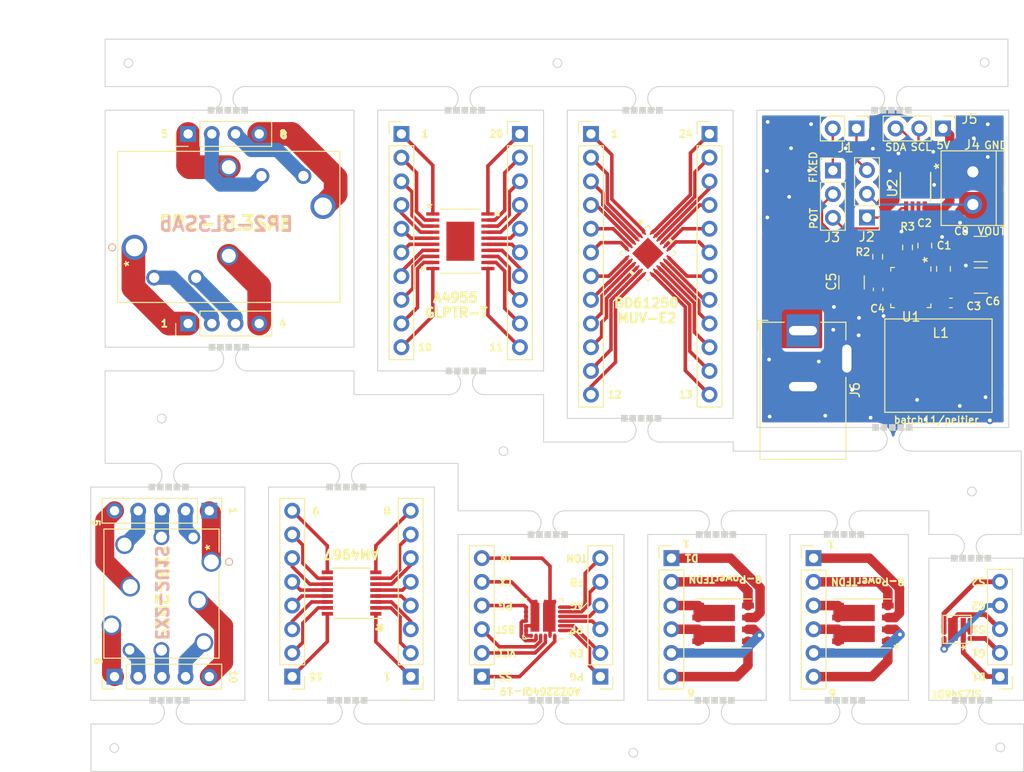
<source format=kicad_pcb>
(kicad_pcb (version 20171130) (host pcbnew "(5.1.6-0-10_14)")
  (layers (0 F.Cu signal) (31 B.Cu signal) (34 B.Paste user) (35 F.Paste user) (36 B.SilkS user) (37 F.SilkS user) (38 B.Mask user) (39 F.Mask user) (44 Edge.Cuts user))
  (net 0 "")
  (net 1 /A4)
  (net 2 /A3)
  (net 3 /A2)
  (net 4 /A1)
  (net 5 /B5)
  (net 6 /B4)
  (net 7 /B3)
  (net 8 /B2)
  (net 9 /B1)
  (net 10 /B6)
  (net 11 /B7)
  (net 12 /B8)
  (net 13 /B9)
  (net 14 /B10)
  (net 15 /A5)
  (net 16 /A6)
  (net 17 /A7)
  (net 18 /A8)
  (net 19 /C10)
  (net 20 /C9)
  (net 21 /C8)
  (net 22 /C7)
  (net 23 /C6)
  (net 24 /C5)
  (net 25 /C4)
  (net 26 /C3)
  (net 27 /C2)
  (net 28 /C1)
  (net 29 /C20)
  (net 30 /C19)
  (net 31 /C18)
  (net 32 /C17)
  (net 33 /C16)
  (net 34 /C15)
  (net 35 /C14)
  (net 36 /C13)
  (net 37 /C12)
  (net 38 /C11)
  (net 39 /D8)
  (net 40 /D7)
  (net 41 /D6)
  (net 42 /D5)
  (net 43 /D4)
  (net 44 /D3)
  (net 45 /D2)
  (net 46 /D1)
  (net 47 /D16)
  (net 48 /D15)
  (net 49 /D14)
  (net 50 /D13)
  (net 51 /D12)
  (net 52 /D11)
  (net 53 /D10)
  (net 54 /D9)
  (net 55 /E24)
  (net 56 /E23)
  (net 57 /E22)
  (net 58 /E21)
  (net 59 /E20)
  (net 60 /E19)
  (net 61 /E18)
  (net 62 /E17)
  (net 63 /E16)
  (net 64 /E15)
  (net 65 /E14)
  (net 66 /E13)
  (net 67 /E12)
  (net 68 /E11)
  (net 69 /E10)
  (net 70 /E9)
  (net 71 /E8)
  (net 72 /E7)
  (net 73 /E6)
  (net 74 /E5)
  (net 75 /E4)
  (net 76 /E3)
  (net 77 /E2)
  (net 78 /E1)
  (net 79 /F6)
  (net 80 /F5)
  (net 81 /F4)
  (net 82 /F3)
  (net 83 /F2)
  (net 84 /F1)
  (net 85 /G6)
  (net 86 /G5)
  (net 87 /G4)
  (net 88 /G3)
  (net 89 /G2)
  (net 90 /G1)
  (net 91 /H5)
  (net 92 /H4)
  (net 93 /H3)
  (net 94 /H2)
  (net 95 /H1)
  (net 96 /I6)
  (net 97 /I5)
  (net 98 /I4)
  (net 99 /I3)
  (net 100 /I2)
  (net 101 /I1)
  (net 102 /I23)
  (net 103 /I21)
  (net 104 /I20)
  (net 105 /I12)
  (net 106 /I10)
  (net 107 /I7)
  (net 108 5V)
  (net 109 GND)
  (net 110 "Net-(C2-Pad1)")
  (net 111 "Net-(C3-Pad2)")
  (net 112 "Net-(C3-Pad1)")
  (net 113 12V)
  (net 114 REG_OUT)
  (net 115 "Net-(J1-Pad2)")
  (net 116 "Net-(J1-Pad1)")
  (net 117 /POT_RES_A)
  (net 118 /FB_RES_B)
  (net 119 /POT_RES_B)
  (net 120 I2C_SDA)
  (net 121 I2C_SCL)
  (net 122 "Net-(R2-Pad2)")
  (module Ninja-qPCR:BD61250MUV-E2 (layer F.Cu) (at 151.642 82.396 315)
    (fp_text reference U3 hide)
    (fp_text value BD61250MUV-E2‎ hide)
    (fp_poly (pts (xy 1.2 1.2) (xy -1.2 1.2) (xy -1.2 -1.2) (xy 1.2 -1.2)) (layer F.Cu) (width 0))
    (fp_text user * (at -2.9337 -1.524 135) (layer F.SilkS))
    (fp_text user * (at -2.9337 -1.524 135) (layer F.SilkS))
    (pad 25 smd rect (at 0 0 315) (size 0.5 0.5) (layers F.Cu F.Paste F.Mask))
    (pad 1 smd rect (at -1.9431 -1.27 45) (size 0.2032 0.7112) (layers F.Cu F.Paste F.Mask) (net 78 /E1))
    (pad 2 smd rect (at -1.9431 -0.762 45) (size 0.2032 0.7112) (layers F.Cu F.Paste F.Mask) (net 77 /E2))
    (pad 3 smd rect (at -1.9431 -0.254 45) (size 0.2032 0.7112) (layers F.Cu F.Paste F.Mask) (net 76 /E3))
    (pad 4 smd rect (at -1.9431 0.254 45) (size 0.2032 0.7112) (layers F.Cu F.Paste F.Mask) (net 75 /E4))
    (pad 5 smd rect (at -1.9431 0.762 45) (size 0.2032 0.7112) (layers F.Cu F.Paste F.Mask) (net 74 /E5))
    (pad 6 smd rect (at -1.9431 1.27 45) (size 0.2032 0.7112) (layers F.Cu F.Paste F.Mask) (net 73 /E6))
    (pad 7 smd rect (at -1.27 1.9431 315) (size 0.2032 0.7112) (layers F.Cu F.Paste F.Mask) (net 72 /E7))
    (pad 8 smd rect (at -0.762 1.9431 315) (size 0.2032 0.7112) (layers F.Cu F.Paste F.Mask) (net 71 /E8))
    (pad 9 smd rect (at -0.254 1.9431 315) (size 0.2032 0.7112) (layers F.Cu F.Paste F.Mask) (net 70 /E9))
    (pad 10 smd rect (at 0.254 1.9431 315) (size 0.2032 0.7112) (layers F.Cu F.Paste F.Mask) (net 69 /E10))
    (pad 11 smd rect (at 0.762 1.9431 315) (size 0.2032 0.7112) (layers F.Cu F.Paste F.Mask) (net 68 /E11))
    (pad 12 smd rect (at 1.27 1.9431 315) (size 0.2032 0.7112) (layers F.Cu F.Paste F.Mask) (net 67 /E12))
    (pad 13 smd rect (at 1.9431 1.27 45) (size 0.2032 0.7112) (layers F.Cu F.Paste F.Mask) (net 66 /E13))
    (pad 14 smd rect (at 1.9431 0.762 45) (size 0.2032 0.7112) (layers F.Cu F.Paste F.Mask) (net 65 /E14))
    (pad 15 smd rect (at 1.9431 0.254 45) (size 0.2032 0.7112) (layers F.Cu F.Paste F.Mask) (net 64 /E15))
    (pad 16 smd rect (at 1.9431 -0.254 45) (size 0.2032 0.7112) (layers F.Cu F.Paste F.Mask) (net 63 /E16))
    (pad 17 smd rect (at 1.9431 -0.762 45) (size 0.2032 0.7112) (layers F.Cu F.Paste F.Mask) (net 62 /E17))
    (pad 18 smd rect (at 1.9431 -1.27 45) (size 0.2032 0.7112) (layers F.Cu F.Paste F.Mask) (net 61 /E18))
    (pad 19 smd rect (at 1.27 -1.9431 315) (size 0.2032 0.7112) (layers F.Cu F.Paste F.Mask) (net 60 /E19))
    (pad 20 smd rect (at 0.762 -1.9431 315) (size 0.2032 0.7112) (layers F.Cu F.Paste F.Mask) (net 59 /E20))
    (pad 21 smd rect (at 0.254 -1.9431 315) (size 0.2032 0.7112) (layers F.Cu F.Paste F.Mask) (net 58 /E21))
    (pad 22 smd rect (at -0.254 -1.9431 315) (size 0.2032 0.7112) (layers F.Cu F.Paste F.Mask) (net 57 /E22))
    (pad 23 smd rect (at -0.762 -1.9431 315) (size 0.2032 0.7112) (layers F.Cu F.Paste F.Mask) (net 56 /E23))
    (pad 24 smd rect (at -1.27 -1.9431 315) (size 0.2032 0.7112) (layers F.Cu F.Paste F.Mask) (net 55 /E24))
  )
  (module Ninja-qPCR:A4955GLPTR-T (layer F.Cu) (at 131.542 81.096)
    (fp_text reference U1 hide)
    (fp_text value A4955GLPTR-T hide)
    (fp_text user * (at -3.31 -3.51) (layer F.SilkS))
    (fp_text user * (at -3.32 -3.52) (layer F.SilkS))
    (pad EPAD smd rect (at 0 0) (size 2.9972 4.191) (layers F.Cu F.Paste F.Mask))
    (pad 20 smd rect (at 2.95275 -2.924998) (size 1.4097 0.3556) (layers F.Cu F.Paste F.Mask) (net 29 /C20))
    (pad 19 smd rect (at 2.95275 -2.274999) (size 1.4097 0.3556) (layers F.Cu F.Paste F.Mask) (net 30 /C19))
    (pad 18 smd rect (at 2.95275 -1.624998) (size 1.4097 0.3556) (layers F.Cu F.Paste F.Mask) (net 31 /C18))
    (pad 17 smd rect (at 2.95275 -0.974999) (size 1.4097 0.3556) (layers F.Cu F.Paste F.Mask) (net 32 /C17))
    (pad 16 smd rect (at 2.95275 -0.324998) (size 1.4097 0.3556) (layers F.Cu F.Paste F.Mask) (net 33 /C16))
    (pad 15 smd rect (at 2.95275 0.325001) (size 1.4097 0.3556) (layers F.Cu F.Paste F.Mask) (net 34 /C15))
    (pad 14 smd rect (at 2.95275 0.975002) (size 1.4097 0.3556) (layers F.Cu F.Paste F.Mask) (net 35 /C14))
    (pad 13 smd rect (at 2.95275 1.625001) (size 1.4097 0.3556) (layers F.Cu F.Paste F.Mask) (net 36 /C13))
    (pad 12 smd rect (at 2.95275 2.275002) (size 1.4097 0.3556) (layers F.Cu F.Paste F.Mask) (net 37 /C12))
    (pad 11 smd rect (at 2.95275 2.925) (size 1.4097 0.3556) (layers F.Cu F.Paste F.Mask) (net 38 /C11))
    (pad 10 smd rect (at -2.95275 2.924998) (size 1.4097 0.3556) (layers F.Cu F.Paste F.Mask) (net 19 /C10))
    (pad 9 smd rect (at -2.95275 2.274999) (size 1.4097 0.3556) (layers F.Cu F.Paste F.Mask) (net 20 /C9))
    (pad 8 smd rect (at -2.95275 1.624998) (size 1.4097 0.3556) (layers F.Cu F.Paste F.Mask) (net 21 /C8))
    (pad 7 smd rect (at -2.95275 0.974999) (size 1.4097 0.3556) (layers F.Cu F.Paste F.Mask) (net 22 /C7))
    (pad 6 smd rect (at -2.95275 0.324998) (size 1.4097 0.3556) (layers F.Cu F.Paste F.Mask) (net 23 /C6))
    (pad 5 smd rect (at -2.95275 -0.325001) (size 1.4097 0.3556) (layers F.Cu F.Paste F.Mask) (net 24 /C5))
    (pad 4 smd rect (at -2.95275 -0.974999) (size 1.4097 0.3556) (layers F.Cu F.Paste F.Mask) (net 25 /C4))
    (pad 3 smd rect (at -2.95275 -1.625001) (size 1.4097 0.3556) (layers F.Cu F.Paste F.Mask) (net 26 /C3))
    (pad 2 smd rect (at -2.95275 -2.274999) (size 1.4097 0.3556) (layers F.Cu F.Paste F.Mask) (net 27 /C2))
    (pad 1 smd rect (at -2.95275 -2.925) (size 1.4097 0.3556) (layers F.Cu F.Paste F.Mask) (net 28 /C1))
  )
  (module Ninja-qPCR:MCP4551T-502E&slash_MS (layer F.Cu) (at 180.322 75.356 270)
    (fp_text reference U2 (at 0.04 2.47 90) (layer F.SilkS))
    (fp_text value MCP4551T-104 hide)
    (fp_text user * (at -2.2976 -2.5752 90) (layer F.SilkS))
    (fp_text user * (at -2.2976 -2.5752 90) (layer F.SilkS))
    (pad 8 smd rect (at 2.2 -1 270) (size 1.45 0.45) (layers F.Cu F.Paste F.Mask) (net 108 5V))
    (pad 7 smd rect (at 2.2 -0.325 270) (size 1.45 0.4) (layers F.Cu F.Paste F.Mask))
    (pad 6 smd rect (at 2.2 0.325 270) (size 1.45 0.4) (layers F.Cu F.Paste F.Mask) (net 119 /POT_RES_B))
    (pad 5 smd rect (at 2.2 1 270) (size 1.45 0.45) (layers F.Cu F.Paste F.Mask) (net 117 /POT_RES_A))
    (pad 4 smd rect (at -2.2 1 270) (size 1.45 0.45) (layers F.Cu F.Paste F.Mask) (net 109 GND))
    (pad 3 smd rect (at -2.2 0.325 270) (size 1.45 0.4) (layers F.Cu F.Paste F.Mask) (net 120 I2C_SDA))
    (pad 2 smd rect (at -2.2 -0.325 270) (size 1.45 0.4) (layers F.Cu F.Paste F.Mask) (net 121 I2C_SCL))
    (pad 1 smd rect (at -2.2 -1 270) (size 1.45 0.45) (layers F.Cu F.Paste F.Mask) (net 109 GND))
  )
  (module Ninja-qPCR:AOZ2264QI-19 (layer F.Cu) (at 140.402 121.562 180)
    (fp_text reference U7 hide)
    (fp_text value AOZ2264QI-19)
    (fp_poly (pts (xy 0 1.72) (xy -1.34 1.72) (xy -1.34 -1.38) (xy 0 -1.38)) (layer F.Cu) (width 0))
    (fp_poly (pts (xy 1.34 1.72) (xy 0.39 1.72) (xy 0.39 -1.38) (xy 1.34 -1.38)) (layer F.Cu) (width 0))
    (fp_text user * (at -2.975 -1.85) (layer F.SilkS))
    (pad 23 smd rect (at -1.25 -1.82 180) (size 0.25 0.45) (layers F.Cu F.Paste F.Mask) (net 102 /I23))
    (pad 22 smd rect (at -0.75 -1.82 180) (size 0.25 0.45) (layers F.Cu F.Paste F.Mask) (net 107 /I7))
    (pad 21 smd rect (at -0.25 -1.82 180) (size 0.25 0.45) (layers F.Cu F.Paste F.Mask) (net 103 /I21))
    (pad 20 smd rect (at 0.25 -1.82 180) (size 0.25 0.45) (layers F.Cu F.Paste F.Mask) (net 104 /I20))
    (pad 19 smd rect (at 0.75 -1.82 180) (size 0.25 0.45) (layers F.Cu F.Paste F.Mask) (net 105 /I12))
    (pad 18 smd rect (at 1.25 -1.82 180) (size 0.25 0.45) (layers F.Cu F.Paste F.Mask) (net 106 /I10))
    (pad 17 smd rect (at 1.82 -1.25 270) (size 0.25 0.45) (layers F.Cu F.Paste F.Mask) (net 106 /I10))
    (pad 16 smd rect (at 1.82 -0.75 270) (size 0.25 0.45) (layers F.Cu F.Paste F.Mask) (net 106 /I10))
    (pad 15 smd rect (at 1.82 -0.25 270) (size 0.25 0.45) (layers F.Cu F.Paste F.Mask) (net 105 /I12))
    (pad 14 smd rect (at 1.82 0.25 270) (size 0.25 0.45) (layers F.Cu F.Paste F.Mask) (net 105 /I12))
    (pad 13 smd rect (at 1.82 0.75 270) (size 0.25 0.45) (layers F.Cu F.Paste F.Mask) (net 105 /I12))
    (pad 12 smd rect (at 1.82 1.25 270) (size 0.25 0.45) (layers F.Cu F.Paste F.Mask) (net 105 /I12))
    (pad 11 smd rect (at 1.25 1.82 180) (size 0.25 0.45) (layers F.Cu F.Paste F.Mask) (net 106 /I10))
    (pad 10 smd rect (at 0.75 1.82 180) (size 0.25 0.45) (layers F.Cu F.Paste F.Mask) (net 106 /I10))
    (pad 9 smd rect (at -0.25 1.82 180) (size 0.25 0.45) (layers F.Cu F.Paste F.Mask) (net 107 /I7))
    (pad 8 smd rect (at -0.75 1.82 180) (size 0.25 0.45) (layers F.Cu F.Paste F.Mask) (net 107 /I7))
    (pad 7 smd rect (at -1.25 1.82 180) (size 0.25 0.45) (layers F.Cu F.Paste F.Mask) (net 107 /I7))
    (pad 6 smd rect (at -1.82 1.25 270) (size 0.25 0.45) (layers F.Cu F.Paste F.Mask) (net 96 /I6))
    (pad 5 smd rect (at -1.82 0.75 270) (size 0.25 0.45) (layers F.Cu F.Paste F.Mask) (net 97 /I5))
    (pad 4 smd rect (at -1.82 0.25 270) (size 0.25 0.45) (layers F.Cu F.Paste F.Mask) (net 98 /I4))
    (pad 3 smd rect (at -1.82 -0.25 270) (size 0.25 0.45) (layers F.Cu F.Paste F.Mask) (net 99 /I3))
    (pad 2 smd rect (at -1.82 -0.75 270) (size 0.25 0.45) (layers F.Cu F.Paste F.Mask) (net 100 /I2))
    (pad 1 smd rect (at -1.82 -1.25 270) (size 0.25 0.45) (layers F.Cu F.Paste F.Mask) (net 101 /I1))
  )
  (module Ninja-qPCR:SiZ346DT (layer F.Cu) (at 184.772 122.694 90)
    (fp_text reference U6 hide)
    (fp_text value SiZ346DT)
    (fp_text user * (at -1.94 1.03 90) (layer F.SilkS))
    (pad 10 smd rect (at 0 0.671 90) (size 2.45 0.562) (layers F.Cu F.Mask) (net 95 /H1))
    (pad 9 smd rect (at 0 -0.434 90) (size 2.45 1.036) (layers F.Cu F.Mask) (net 93 /H3))
    (pad 8 smd rect (at -0.975 -1.386 90) (size 0.45 0.45) (layers F.Cu F.Paste F.Mask) (net 92 /H4))
    (pad 7 smd rect (at -0.325 -1.386 90) (size 0.45 0.45) (layers F.Cu F.Paste F.Mask) (net 91 /H5))
    (pad 6 smd rect (at 0.325 -1.386 90) (size 0.45 0.45) (layers F.Cu F.Paste F.Mask) (net 91 /H5))
    (pad 5 smd rect (at 0.975 -1.386 90) (size 0.45 0.45) (layers F.Cu F.Paste F.Mask) (net 91 /H5))
    (pad 4 smd rect (at 0.975 1.386 90) (size 0.45 0.45) (layers F.Cu F.Paste F.Mask) (net 95 /H1))
    (pad 3 smd rect (at 0.325 1.386 90) (size 0.45 0.45) (layers F.Cu F.Paste F.Mask) (net 95 /H1))
    (pad 2 smd rect (at -0.325 1.386 90) (size 0.45 0.45) (layers F.Cu F.Paste F.Mask) (net 95 /H1))
    (pad 1 smd rect (at -0.975 1.386 90) (size 0.45 0.45) (layers F.Cu F.Paste F.Mask) (net 94 /H2))
  )
  (module Ninja-qPCR:8-PowerTDFN (layer F.Cu) (at 159.702 122.062 180)
    (fp_text reference U5 hide)
    (fp_text value 8-PowerTDFN-NN hide)
    (fp_poly (pts (xy 2.5908 -0.9398) (xy 2.032 -0.9398) (xy 2.032 -0.3302) (xy 2.5908 -0.3302) (xy 2.5908 -0.2921) (xy -1.2192 -0.2921) (xy -1.2192 -1.9431) (xy 2.032 -1.9431) (xy 2.032 -1.6002) (xy 2.5908 -1.6002)) (layer F.Cu) (width 0.1))
    (fp_poly (pts (xy 2.5908 0.9398) (xy 2.032 0.9398) (xy 2.032 0.3302) (xy 2.5908 0.3302) (xy 2.5908 0.2921) (xy -1.2192 0.2921) (xy -1.2192 1.9431) (xy 2.032 1.9431) (xy 2.032 1.6002) (xy 2.5908 1.6002)) (layer F.Cu) (width 0.1))
    (pad 1 smd rect (at -2.667 -1.905 180) (size 1.27 0.6096) (layers F.Cu F.Paste F.Mask) (net 85 /G6))
    (pad 2 smd rect (at -2.667 -0.635 180) (size 1.27 0.6096) (layers F.Cu F.Paste F.Mask) (net 86 /G5))
    (pad 3 smd rect (at -2.667 0.635 180) (size 1.27 0.6096) (layers F.Cu F.Paste F.Mask) (net 90 /G1))
    (pad 4 smd rect (at -2.667 1.905 180) (size 1.27 0.6096) (layers F.Cu F.Paste F.Mask) (net 89 /G2))
    (pad 5 smd rect (at 2.667 1.905 180) (size 1.27 0.6096) (layers F.Cu F.Paste F.Mask) (net 88 /G3))
    (pad 6 smd rect (at 2.667 0.635 180) (size 1.27 0.6096) (layers F.Cu F.Paste F.Mask) (net 88 /G3))
    (pad 7 smd rect (at 2.667 -0.635 180) (size 1.27 0.6096) (layers F.Cu F.Paste F.Mask) (net 87 /G4))
    (pad 8 smd rect (at 2.667 -1.905 180) (size 1.27 0.6096) (layers F.Cu F.Paste F.Mask) (net 87 /G4))
  )
  (module Ninja-qPCR:8-PowerTDFN (layer F.Cu) (at 174.692 122.062 180)
    (fp_text reference U4 hide)
    (fp_text value 8-PowerTDFN-PN hide)
    (fp_poly (pts (xy 2.5908 -0.9398) (xy 2.032 -0.9398) (xy 2.032 -0.3302) (xy 2.5908 -0.3302) (xy 2.5908 -0.2921) (xy -1.2192 -0.2921) (xy -1.2192 -1.9431) (xy 2.032 -1.9431) (xy 2.032 -1.6002) (xy 2.5908 -1.6002)) (layer F.Cu) (width 0.1))
    (fp_poly (pts (xy 2.5908 0.9398) (xy 2.032 0.9398) (xy 2.032 0.3302) (xy 2.5908 0.3302) (xy 2.5908 0.2921) (xy -1.2192 0.2921) (xy -1.2192 1.9431) (xy 2.032 1.9431) (xy 2.032 1.6002) (xy 2.5908 1.6002)) (layer F.Cu) (width 0.1))
    (fp_text user * (at -3.6 -2.75) (layer F.SilkS))
    (pad 1 smd rect (at -2.667 -1.905 180) (size 1.27 0.6096) (layers F.Cu F.Paste F.Mask) (net 79 /F6))
    (pad 2 smd rect (at -2.667 -0.635 180) (size 1.27 0.6096) (layers F.Cu F.Paste F.Mask) (net 80 /F5))
    (pad 3 smd rect (at -2.667 0.635 180) (size 1.27 0.6096) (layers F.Cu F.Paste F.Mask) (net 84 /F1))
    (pad 4 smd rect (at -2.667 1.905 180) (size 1.27 0.6096) (layers F.Cu F.Paste F.Mask) (net 83 /F2))
    (pad 5 smd rect (at 2.667 1.905 180) (size 1.27 0.6096) (layers F.Cu F.Paste F.Mask) (net 82 /F3))
    (pad 6 smd rect (at 2.667 0.635 180) (size 1.27 0.6096) (layers F.Cu F.Paste F.Mask) (net 82 /F3))
    (pad 7 smd rect (at 2.667 -0.635 180) (size 1.27 0.6096) (layers F.Cu F.Paste F.Mask) (net 81 /F4))
    (pad 8 smd rect (at 2.667 -1.905 180) (size 1.27 0.6096) (layers F.Cu F.Paste F.Mask) (net 81 /F4))
  )
  (module Pin_Headers:Pin_Header_Straight_1x04_Pitch2.54mm (layer F.Cu) (at 102.362 89.916 90)
    (fp_text reference J1 hide)
    (fp_text value Conn_01x04_Male)
    (pad 4 thru_hole oval (at 0 7.62 90) (size 1.7 1.7) (drill 1) (layers *.Cu *.Mask) (net 1 /A4))
    (pad 3 thru_hole oval (at 0 5.08 90) (size 1.7 1.7) (drill 1) (layers *.Cu *.Mask) (net 2 /A3))
    (pad 2 thru_hole oval (at 0 2.54 90) (size 1.7 1.7) (drill 1) (layers *.Cu *.Mask) (net 3 /A2))
    (pad 1 thru_hole rect (at 0 0 90) (size 1.7 1.7) (drill 1) (layers *.Cu *.Mask) (net 4 /A1))
  )
  (module Pin_Headers:Pin_Header_Straight_1x05_Pitch2.54mm (layer F.Cu) (at 104.632 109.982 270)
    (fp_text reference J2 hide)
    (fp_text value Conn_01x05_Male)
    (pad 5 thru_hole oval (at 0 10.16 270) (size 1.7 1.7) (drill 1) (layers *.Cu *.Mask) (net 5 /B5))
    (pad 4 thru_hole oval (at 0 7.62 270) (size 1.7 1.7) (drill 1) (layers *.Cu *.Mask) (net 6 /B4))
    (pad 3 thru_hole oval (at 0 5.08 270) (size 1.7 1.7) (drill 1) (layers *.Cu *.Mask) (net 7 /B3))
    (pad 2 thru_hole oval (at 0 2.54 270) (size 1.7 1.7) (drill 1) (layers *.Cu *.Mask) (net 8 /B2))
    (pad 1 thru_hole rect (at 0 0 270) (size 1.7 1.7) (drill 1) (layers *.Cu *.Mask) (net 9 /B1))
  )
  (module Pin_Headers:Pin_Header_Straight_1x05_Pitch2.54mm (layer F.Cu) (at 94.472 127.762 90)
    (fp_text reference J3 hide)
    (fp_text value Conn_01x05_Male)
    (pad 1 thru_hole rect (at 0 0 90) (size 1.7 1.7) (drill 1) (layers *.Cu *.Mask) (net 10 /B6))
    (pad 2 thru_hole oval (at 0 2.54 90) (size 1.7 1.7) (drill 1) (layers *.Cu *.Mask) (net 11 /B7))
    (pad 3 thru_hole oval (at 0 5.08 90) (size 1.7 1.7) (drill 1) (layers *.Cu *.Mask) (net 12 /B8))
    (pad 4 thru_hole oval (at 0 7.62 90) (size 1.7 1.7) (drill 1) (layers *.Cu *.Mask) (net 13 /B9))
    (pad 5 thru_hole oval (at 0 10.16 90) (size 1.7 1.7) (drill 1) (layers *.Cu *.Mask) (net 14 /B10))
  )
  (module Pin_Headers:Pin_Header_Straight_1x04_Pitch2.54mm (layer F.Cu) (at 102.362 69.596 90)
    (fp_text reference J4 hide)
    (fp_text value Conn_01x04_Male)
    (pad 1 thru_hole rect (at 0 0 90) (size 1.7 1.7) (drill 1) (layers *.Cu *.Mask) (net 15 /A5))
    (pad 2 thru_hole oval (at 0 2.54 90) (size 1.7 1.7) (drill 1) (layers *.Cu *.Mask) (net 16 /A6))
    (pad 3 thru_hole oval (at 0 5.08 90) (size 1.7 1.7) (drill 1) (layers *.Cu *.Mask) (net 17 /A7))
    (pad 4 thru_hole oval (at 0 7.62 90) (size 1.7 1.7) (drill 1) (layers *.Cu *.Mask) (net 18 /A8))
  )
  (module Pin_Headers:Pin_Header_Straight_1x10_Pitch2.54mm (layer F.Cu) (at 125.222 69.596)
    (fp_text reference J5 hide)
    (fp_text value Conn_01x10_Male)
    (pad 10 thru_hole oval (at 0 22.86) (size 1.7 1.7) (drill 1) (layers *.Cu *.Mask) (net 19 /C10))
    (pad 9 thru_hole oval (at 0 20.32) (size 1.7 1.7) (drill 1) (layers *.Cu *.Mask) (net 20 /C9))
    (pad 8 thru_hole oval (at 0 17.78) (size 1.7 1.7) (drill 1) (layers *.Cu *.Mask) (net 21 /C8))
    (pad 7 thru_hole oval (at 0 15.24) (size 1.7 1.7) (drill 1) (layers *.Cu *.Mask) (net 22 /C7))
    (pad 6 thru_hole oval (at 0 12.7) (size 1.7 1.7) (drill 1) (layers *.Cu *.Mask) (net 23 /C6))
    (pad 5 thru_hole oval (at 0 10.16) (size 1.7 1.7) (drill 1) (layers *.Cu *.Mask) (net 24 /C5))
    (pad 4 thru_hole oval (at 0 7.62) (size 1.7 1.7) (drill 1) (layers *.Cu *.Mask) (net 25 /C4))
    (pad 3 thru_hole oval (at 0 5.08) (size 1.7 1.7) (drill 1) (layers *.Cu *.Mask) (net 26 /C3))
    (pad 2 thru_hole oval (at 0 2.54) (size 1.7 1.7) (drill 1) (layers *.Cu *.Mask) (net 27 /C2))
    (pad 1 thru_hole rect (at 0 0) (size 1.7 1.7) (drill 1) (layers *.Cu *.Mask) (net 28 /C1))
  )
  (module Pin_Headers:Pin_Header_Straight_1x10_Pitch2.54mm (layer F.Cu) (at 137.922 69.596)
    (fp_text reference J6 hide)
    (fp_text value Conn_01x10_Male)
    (pad 1 thru_hole rect (at 0 0) (size 1.7 1.7) (drill 1) (layers *.Cu *.Mask) (net 29 /C20))
    (pad 2 thru_hole oval (at 0 2.54) (size 1.7 1.7) (drill 1) (layers *.Cu *.Mask) (net 30 /C19))
    (pad 3 thru_hole oval (at 0 5.08) (size 1.7 1.7) (drill 1) (layers *.Cu *.Mask) (net 31 /C18))
    (pad 4 thru_hole oval (at 0 7.62) (size 1.7 1.7) (drill 1) (layers *.Cu *.Mask) (net 32 /C17))
    (pad 5 thru_hole oval (at 0 10.16) (size 1.7 1.7) (drill 1) (layers *.Cu *.Mask) (net 33 /C16))
    (pad 6 thru_hole oval (at 0 12.7) (size 1.7 1.7) (drill 1) (layers *.Cu *.Mask) (net 34 /C15))
    (pad 7 thru_hole oval (at 0 15.24) (size 1.7 1.7) (drill 1) (layers *.Cu *.Mask) (net 35 /C14))
    (pad 8 thru_hole oval (at 0 17.78) (size 1.7 1.7) (drill 1) (layers *.Cu *.Mask) (net 36 /C13))
    (pad 9 thru_hole oval (at 0 20.32) (size 1.7 1.7) (drill 1) (layers *.Cu *.Mask) (net 37 /C12))
    (pad 10 thru_hole oval (at 0 22.86) (size 1.7 1.7) (drill 1) (layers *.Cu *.Mask) (net 38 /C11))
  )
  (module Pin_Headers:Pin_Header_Straight_1x08_Pitch2.54mm (layer F.Cu) (at 126.222 127.762 180)
    (fp_text reference J7 hide)
    (fp_text value Conn_01x08_Male)
    (pad 8 thru_hole oval (at 0 17.78 180) (size 1.7 1.7) (drill 1) (layers *.Cu *.Mask) (net 39 /D8))
    (pad 7 thru_hole oval (at 0 15.24 180) (size 1.7 1.7) (drill 1) (layers *.Cu *.Mask) (net 40 /D7))
    (pad 6 thru_hole oval (at 0 12.7 180) (size 1.7 1.7) (drill 1) (layers *.Cu *.Mask) (net 41 /D6))
    (pad 5 thru_hole oval (at 0 10.16 180) (size 1.7 1.7) (drill 1) (layers *.Cu *.Mask) (net 42 /D5))
    (pad 4 thru_hole oval (at 0 7.62 180) (size 1.7 1.7) (drill 1) (layers *.Cu *.Mask) (net 43 /D4))
    (pad 3 thru_hole oval (at 0 5.08 180) (size 1.7 1.7) (drill 1) (layers *.Cu *.Mask) (net 44 /D3))
    (pad 2 thru_hole oval (at 0 2.54 180) (size 1.7 1.7) (drill 1) (layers *.Cu *.Mask) (net 45 /D2))
    (pad 1 thru_hole rect (at 0 0 180) (size 1.7 1.7) (drill 1) (layers *.Cu *.Mask) (net 46 /D1))
  )
  (module Pin_Headers:Pin_Header_Straight_1x08_Pitch2.54mm (layer F.Cu) (at 113.522 127.762 180)
    (fp_text reference J8 hide)
    (fp_text value Conn_01x08_Male)
    (pad 1 thru_hole rect (at 0 0 180) (size 1.7 1.7) (drill 1) (layers *.Cu *.Mask) (net 47 /D16))
    (pad 2 thru_hole oval (at 0 2.54 180) (size 1.7 1.7) (drill 1) (layers *.Cu *.Mask) (net 48 /D15))
    (pad 3 thru_hole oval (at 0 5.08 180) (size 1.7 1.7) (drill 1) (layers *.Cu *.Mask) (net 49 /D14))
    (pad 4 thru_hole oval (at 0 7.62 180) (size 1.7 1.7) (drill 1) (layers *.Cu *.Mask) (net 50 /D13))
    (pad 5 thru_hole oval (at 0 10.16 180) (size 1.7 1.7) (drill 1) (layers *.Cu *.Mask) (net 51 /D12))
    (pad 6 thru_hole oval (at 0 12.7 180) (size 1.7 1.7) (drill 1) (layers *.Cu *.Mask) (net 52 /D11))
    (pad 7 thru_hole oval (at 0 15.24 180) (size 1.7 1.7) (drill 1) (layers *.Cu *.Mask) (net 53 /D10))
    (pad 8 thru_hole oval (at 0 17.78 180) (size 1.7 1.7) (drill 1) (layers *.Cu *.Mask) (net 54 /D9))
  )
  (module Pin_Headers:Pin_Header_Straight_1x12_Pitch2.54mm (layer F.Cu) (at 145.542 69.596)
    (fp_text reference J9 hide)
    (fp_text value Conn_01x12_Male)
    (pad 12 thru_hole oval (at 0 27.94) (size 1.7 1.7) (drill 1) (layers *.Cu *.Mask) (net 67 /E12))
    (pad 11 thru_hole oval (at 0 25.4) (size 1.7 1.7) (drill 1) (layers *.Cu *.Mask) (net 68 /E11))
    (pad 10 thru_hole oval (at 0 22.86) (size 1.7 1.7) (drill 1) (layers *.Cu *.Mask) (net 69 /E10))
    (pad 9 thru_hole oval (at 0 20.32) (size 1.7 1.7) (drill 1) (layers *.Cu *.Mask) (net 70 /E9))
    (pad 8 thru_hole oval (at 0 17.78) (size 1.7 1.7) (drill 1) (layers *.Cu *.Mask) (net 71 /E8))
    (pad 7 thru_hole oval (at 0 15.24) (size 1.7 1.7) (drill 1) (layers *.Cu *.Mask) (net 72 /E7))
    (pad 6 thru_hole oval (at 0 12.7) (size 1.7 1.7) (drill 1) (layers *.Cu *.Mask) (net 73 /E6))
    (pad 5 thru_hole oval (at 0 10.16) (size 1.7 1.7) (drill 1) (layers *.Cu *.Mask) (net 74 /E5))
    (pad 4 thru_hole oval (at 0 7.62) (size 1.7 1.7) (drill 1) (layers *.Cu *.Mask) (net 75 /E4))
    (pad 3 thru_hole oval (at 0 5.08) (size 1.7 1.7) (drill 1) (layers *.Cu *.Mask) (net 76 /E3))
    (pad 2 thru_hole oval (at 0 2.54) (size 1.7 1.7) (drill 1) (layers *.Cu *.Mask) (net 77 /E2))
    (pad 1 thru_hole rect (at 0 0) (size 1.7 1.7) (drill 1) (layers *.Cu *.Mask) (net 78 /E1))
  )
  (module Pin_Headers:Pin_Header_Straight_1x12_Pitch2.54mm (layer F.Cu) (at 158.242 69.596)
    (fp_text reference J10 hide)
    (fp_text value Conn_01x12_Male)
    (pad 1 thru_hole rect (at 0 0) (size 1.7 1.7) (drill 1) (layers *.Cu *.Mask) (net 55 /E24))
    (pad 2 thru_hole oval (at 0 2.54) (size 1.7 1.7) (drill 1) (layers *.Cu *.Mask) (net 56 /E23))
    (pad 3 thru_hole oval (at 0 5.08) (size 1.7 1.7) (drill 1) (layers *.Cu *.Mask) (net 57 /E22))
    (pad 4 thru_hole oval (at 0 7.62) (size 1.7 1.7) (drill 1) (layers *.Cu *.Mask) (net 58 /E21))
    (pad 5 thru_hole oval (at 0 10.16) (size 1.7 1.7) (drill 1) (layers *.Cu *.Mask) (net 59 /E20))
    (pad 6 thru_hole oval (at 0 12.7) (size 1.7 1.7) (drill 1) (layers *.Cu *.Mask) (net 60 /E19))
    (pad 7 thru_hole oval (at 0 15.24) (size 1.7 1.7) (drill 1) (layers *.Cu *.Mask) (net 61 /E18))
    (pad 8 thru_hole oval (at 0 17.78) (size 1.7 1.7) (drill 1) (layers *.Cu *.Mask) (net 62 /E17))
    (pad 9 thru_hole oval (at 0 20.32) (size 1.7 1.7) (drill 1) (layers *.Cu *.Mask) (net 63 /E16))
    (pad 10 thru_hole oval (at 0 22.86) (size 1.7 1.7) (drill 1) (layers *.Cu *.Mask) (net 64 /E15))
    (pad 11 thru_hole oval (at 0 25.4) (size 1.7 1.7) (drill 1) (layers *.Cu *.Mask) (net 65 /E14))
    (pad 12 thru_hole oval (at 0 27.94) (size 1.7 1.7) (drill 1) (layers *.Cu *.Mask) (net 66 /E13))
  )
  (module Ninja-qPCR:EX2-2U1S (layer F.Cu) (at 104.852 115.462 270)
    (fp_text reference K1 hide)
    (fp_text value EX2-2U1S hide)
    (fp_text user * (at -1.55 0.1 90) (layer F.SilkS))
    (pad 10 thru_hole circle (at 4.15 1.4 270) (size 2.1082 2.1082) (drill 1.6002) (layers *.Cu *.Mask) (net 14 /B10))
    (pad 9 thru_hole circle (at 8.65 0.8 270) (size 2.0066 2.0066) (drill 1.4986) (layers *.Cu *.Mask) (net 13 /B9))
    (pad 8 thru_hole circle (at 9.45 5.35 270) (size 1.7018 1.7018) (drill 1.1938) (layers *.Cu *.Mask) (net 12 /B8))
    (pad 7 thru_hole circle (at 9.45 8.75 270) (size 1.4986 1.4986) (drill 0.9906) (layers *.Cu *.Mask) (net 11 /B7))
    (pad 6 thru_hole circle (at 6.8 10.7 270) (size 2.1082 2.1082) (drill 1.6002) (layers *.Cu *.Mask) (net 10 /B6))
    (pad 5 thru_hole circle (at 2.65 8.7 270) (size 2.1082 2.1082) (drill 1.6002) (layers *.Cu *.Mask) (net 5 /B5))
    (pad 4 thru_hole circle (at -1.85 9.3 270) (size 2.0066 2.0066) (drill 1.4986) (layers *.Cu *.Mask) (net 6 /B4))
    (pad 3 thru_hole circle (at -2.65 5.35 270) (size 1.7018 1.7018) (drill 1.1938) (layers *.Cu *.Mask) (net 7 /B3))
    (pad 2 thru_hole circle (at -2.65 1.95 270) (size 1.4986 1.4986) (drill 0.9906) (layers *.Cu *.Mask) (net 8 /B2))
    (pad 1 thru_hole circle (at 0 0 270) (size 2.1082 2.1082) (drill 1.6002) (layers *.Cu *.Mask) (net 9 /B1))
  )
  (module Ninja-qPCR:EP2-3L3SAb (layer F.Cu) (at 96.622 81.756)
    (fp_text reference K2 hide)
    (fp_text value EP2-3L3SAb hide)
    (fp_text user * (at -0.55 1.75 90) (layer F.SilkS))
    (pad 5 thru_hole circle (at 10.1 -8.6 90) (size 2 2) (drill 1.5) (layers *.Cu *.Mask) (net 15 /A5))
    (pad 6 thru_hole circle (at 13.6 -7.65 90) (size 1.7 1.7) (drill 1.1) (layers *.Cu *.Mask) (net 16 /A6))
    (pad 7 thru_hole circle (at 18.1 -7.65 90) (size 1.7 1.7) (drill 1.1) (layers *.Cu *.Mask) (net 17 /A7))
    (pad 8 thru_hole circle (at 20.2 -4.4 90) (size 2.7 2.7) (drill 1.9) (layers *.Cu *.Mask) (net 18 /A8))
    (pad 4 thru_hole circle (at 10.1 0.9 90) (size 2 2) (drill 1.5) (layers *.Cu *.Mask) (net 1 /A4))
    (pad 3 thru_hole circle (at 6.6 3.25 90) (size 1.7 1.7) (drill 1.1) (layers *.Cu *.Mask) (net 2 /A3))
    (pad 2 thru_hole circle (at 2.1 3.25 90) (size 1.7 1.7) (drill 1.1) (layers *.Cu *.Mask) (net 3 /A2))
    (pad 1 thru_hole circle (at 0 0 90) (size 2.7 2.7) (drill 1.9) (layers *.Cu *.Mask) (net 4 /A1))
  )
  (module Housings_SSOP:SSOP-16_3.9x4.9mm_Pitch0.635mm (layer F.Cu) (at 119.882 118.802 180)
    (fp_text reference U2 hide)
    (fp_text value AM4967)
    (pad 16 smd rect (at 2.6 -2.2225 180) (size 1.2 0.4) (layers F.Cu F.Paste F.Mask) (net 47 /D16))
    (pad 15 smd rect (at 2.6 -1.5875 180) (size 1.2 0.4) (layers F.Cu F.Paste F.Mask) (net 48 /D15))
    (pad 14 smd rect (at 2.6 -0.9525 180) (size 1.2 0.4) (layers F.Cu F.Paste F.Mask) (net 49 /D14))
    (pad 13 smd rect (at 2.6 -0.3175 180) (size 1.2 0.4) (layers F.Cu F.Paste F.Mask) (net 50 /D13))
    (pad 12 smd rect (at 2.6 0.3175 180) (size 1.2 0.4) (layers F.Cu F.Paste F.Mask) (net 51 /D12))
    (pad 11 smd rect (at 2.6 0.9525 180) (size 1.2 0.4) (layers F.Cu F.Paste F.Mask) (net 52 /D11))
    (pad 10 smd rect (at 2.6 1.5875 180) (size 1.2 0.4) (layers F.Cu F.Paste F.Mask) (net 53 /D10))
    (pad 9 smd rect (at 2.6 2.2225 180) (size 1.2 0.4) (layers F.Cu F.Paste F.Mask) (net 54 /D9))
    (pad 8 smd rect (at -2.6 2.2225 180) (size 1.2 0.4) (layers F.Cu F.Paste F.Mask) (net 39 /D8))
    (pad 7 smd rect (at -2.6 1.5875 180) (size 1.2 0.4) (layers F.Cu F.Paste F.Mask) (net 40 /D7))
    (pad 6 smd rect (at -2.6 0.9525 180) (size 1.2 0.4) (layers F.Cu F.Paste F.Mask) (net 41 /D6))
    (pad 5 smd rect (at -2.6 0.3175 180) (size 1.2 0.4) (layers F.Cu F.Paste F.Mask) (net 42 /D5))
    (pad 4 smd rect (at -2.6 -0.3175 180) (size 1.2 0.4) (layers F.Cu F.Paste F.Mask) (net 43 /D4))
    (pad 3 smd rect (at -2.6 -0.9525 180) (size 1.2 0.4) (layers F.Cu F.Paste F.Mask) (net 44 /D3))
    (pad 2 smd rect (at -2.6 -1.5875 180) (size 1.2 0.4) (layers F.Cu F.Paste F.Mask) (net 45 /D2))
    (pad 1 smd rect (at -2.6 -2.2225 180) (size 1.2 0.4) (layers F.Cu F.Paste F.Mask) (net 46 /D1))
  )
  (module Pin_Headers:Pin_Header_Straight_1x06_Pitch2.54mm (layer F.Cu) (at 169.402 115.062)
    (fp_text reference J11 hide)
    (fp_text value Conn_01x06_Male)
    (pad 6 thru_hole oval (at 0 12.7) (size 1.7 1.7) (drill 1) (layers *.Cu *.Mask) (net 79 /F6))
    (pad 5 thru_hole oval (at 0 10.16) (size 1.7 1.7) (drill 1) (layers *.Cu *.Mask) (net 80 /F5))
    (pad 4 thru_hole oval (at 0 7.62) (size 1.7 1.7) (drill 1) (layers *.Cu *.Mask) (net 81 /F4))
    (pad 3 thru_hole oval (at 0 5.08) (size 1.7 1.7) (drill 1) (layers *.Cu *.Mask) (net 82 /F3))
    (pad 2 thru_hole oval (at 0 2.54) (size 1.7 1.7) (drill 1) (layers *.Cu *.Mask) (net 83 /F2))
    (pad 1 thru_hole rect (at 0 0) (size 1.7 1.7) (drill 1) (layers *.Cu *.Mask) (net 84 /F1))
  )
  (module Pin_Headers:Pin_Header_Straight_1x06_Pitch2.54mm (layer F.Cu) (at 154.162 115.062)
    (fp_text reference J12 hide)
    (fp_text value Conn_01x06_Male)
    (pad 6 thru_hole oval (at 0 12.7) (size 1.7 1.7) (drill 1) (layers *.Cu *.Mask) (net 85 /G6))
    (pad 5 thru_hole oval (at 0 10.16) (size 1.7 1.7) (drill 1) (layers *.Cu *.Mask) (net 86 /G5))
    (pad 4 thru_hole oval (at 0 7.62) (size 1.7 1.7) (drill 1) (layers *.Cu *.Mask) (net 87 /G4))
    (pad 3 thru_hole oval (at 0 5.08) (size 1.7 1.7) (drill 1) (layers *.Cu *.Mask) (net 88 /G3))
    (pad 2 thru_hole oval (at 0 2.54) (size 1.7 1.7) (drill 1) (layers *.Cu *.Mask) (net 89 /G2))
    (pad 1 thru_hole rect (at 0 0) (size 1.7 1.7) (drill 1) (layers *.Cu *.Mask) (net 90 /G1))
  )
  (module Pin_Headers:Pin_Header_Straight_1x05_Pitch2.54mm (layer F.Cu) (at 189.372 127.754 180)
    (fp_text reference J13 hide)
    (fp_text value Conn_01x05_Male)
    (pad 5 thru_hole oval (at 0 10.16 180) (size 1.7 1.7) (drill 1) (layers *.Cu *.Mask) (net 91 /H5))
    (pad 4 thru_hole oval (at 0 7.62 180) (size 1.7 1.7) (drill 1) (layers *.Cu *.Mask) (net 92 /H4))
    (pad 3 thru_hole oval (at 0 5.08 180) (size 1.7 1.7) (drill 1) (layers *.Cu *.Mask) (net 93 /H3))
    (pad 2 thru_hole oval (at 0 2.54 180) (size 1.7 1.7) (drill 1) (layers *.Cu *.Mask) (net 94 /H2))
    (pad 1 thru_hole rect (at 0 0 180) (size 1.7 1.7) (drill 1) (layers *.Cu *.Mask) (net 95 /H1))
  )
  (module Pin_Headers:Pin_Header_Straight_1x06_Pitch2.54mm (layer F.Cu) (at 146.542 127.762 180)
    (fp_text reference J14 hide)
    (fp_text value Conn_01x06_Male)
    (pad 6 thru_hole oval (at 0 12.7 180) (size 1.7 1.7) (drill 1) (layers *.Cu *.Mask) (net 96 /I6))
    (pad 5 thru_hole oval (at 0 10.16 180) (size 1.7 1.7) (drill 1) (layers *.Cu *.Mask) (net 97 /I5))
    (pad 4 thru_hole oval (at 0 7.62 180) (size 1.7 1.7) (drill 1) (layers *.Cu *.Mask) (net 98 /I4))
    (pad 3 thru_hole oval (at 0 5.08 180) (size 1.7 1.7) (drill 1) (layers *.Cu *.Mask) (net 99 /I3))
    (pad 2 thru_hole oval (at 0 2.54 180) (size 1.7 1.7) (drill 1) (layers *.Cu *.Mask) (net 100 /I2))
    (pad 1 thru_hole rect (at 0 0 180) (size 1.7 1.7) (drill 1) (layers *.Cu *.Mask) (net 101 /I1))
  )
  (module Pin_Headers:Pin_Header_Straight_1x06_Pitch2.54mm (layer F.Cu) (at 133.842 127.762 180)
    (fp_text reference J15 hide)
    (fp_text value Conn_01x06_Male)
    (pad 1 thru_hole rect (at 0 0 180) (size 1.7 1.7) (drill 1) (layers *.Cu *.Mask) (net 102 /I23))
    (pad 2 thru_hole oval (at 0 2.54 180) (size 1.7 1.7) (drill 1) (layers *.Cu *.Mask) (net 103 /I21))
    (pad 3 thru_hole oval (at 0 5.08 180) (size 1.7 1.7) (drill 1) (layers *.Cu *.Mask) (net 104 /I20))
    (pad 4 thru_hole oval (at 0 7.62 180) (size 1.7 1.7) (drill 1) (layers *.Cu *.Mask) (net 105 /I12))
    (pad 5 thru_hole oval (at 0 10.16 180) (size 1.7 1.7) (drill 1) (layers *.Cu *.Mask) (net 106 /I10))
    (pad 6 thru_hole oval (at 0 12.7 180) (size 1.7 1.7) (drill 1) (layers *.Cu *.Mask) (net 107 /I7))
  )
  (module Ninja-qPCR:AOZ2264QI-19 (layer F.Cu) (at 179.822 86.056 270)
    (fp_text reference U1 (at 3.14 -0.03 180) (layer F.SilkS))
    (fp_text value AOZ2264QI-19)
    (fp_poly (pts (xy 1.34 1.72) (xy 0.39 1.72) (xy 0.39 -1.38) (xy 1.34 -1.38)) (layer F.Cu) (width 0))
    (fp_poly (pts (xy 0 1.72) (xy -1.34 1.72) (xy -1.34 -1.38) (xy 0 -1.38)) (layer F.Cu) (width 0))
    (fp_text user * (at -2.975 -1.85 90) (layer F.SilkS))
    (pad 1 smd rect (at -1.82 -1.25) (size 0.25 0.45) (layers F.Cu F.Paste F.Mask))
    (pad 2 smd rect (at -1.82 -0.75) (size 0.25 0.45) (layers F.Cu F.Paste F.Mask) (net 108 5V))
    (pad 3 smd rect (at -1.82 -0.25) (size 0.25 0.45) (layers F.Cu F.Paste F.Mask) (net 109 GND))
    (pad 4 smd rect (at -1.82 0.25) (size 0.25 0.45) (layers F.Cu F.Paste F.Mask) (net 109 GND))
    (pad 5 smd rect (at -1.82 0.75) (size 0.25 0.45) (layers F.Cu F.Paste F.Mask) (net 118 /FB_RES_B))
    (pad 6 smd rect (at -1.82 1.25) (size 0.25 0.45) (layers F.Cu F.Paste F.Mask) (net 122 "Net-(R2-Pad2)"))
    (pad 7 smd rect (at -1.25 1.82 270) (size 0.25 0.45) (layers F.Cu F.Paste F.Mask) (net 113 12V))
    (pad 8 smd rect (at -0.75 1.82 270) (size 0.25 0.45) (layers F.Cu F.Paste F.Mask) (net 113 12V))
    (pad 9 smd rect (at -0.25 1.82 270) (size 0.25 0.45) (layers F.Cu F.Paste F.Mask) (net 113 12V))
    (pad 10 smd rect (at 0.75 1.82 270) (size 0.25 0.45) (layers F.Cu F.Paste F.Mask) (net 111 "Net-(C3-Pad2)"))
    (pad 11 smd rect (at 1.25 1.82 270) (size 0.25 0.45) (layers F.Cu F.Paste F.Mask) (net 111 "Net-(C3-Pad2)"))
    (pad 12 smd rect (at 1.82 1.25) (size 0.25 0.45) (layers F.Cu F.Paste F.Mask) (net 109 GND))
    (pad 13 smd rect (at 1.82 0.75) (size 0.25 0.45) (layers F.Cu F.Paste F.Mask) (net 109 GND))
    (pad 14 smd rect (at 1.82 0.25) (size 0.25 0.45) (layers F.Cu F.Paste F.Mask) (net 109 GND))
    (pad 15 smd rect (at 1.82 -0.25) (size 0.25 0.45) (layers F.Cu F.Paste F.Mask) (net 109 GND))
    (pad 16 smd rect (at 1.82 -0.75) (size 0.25 0.45) (layers F.Cu F.Paste F.Mask) (net 111 "Net-(C3-Pad2)"))
    (pad 17 smd rect (at 1.82 -1.25) (size 0.25 0.45) (layers F.Cu F.Paste F.Mask) (net 111 "Net-(C3-Pad2)"))
    (pad 18 smd rect (at 1.25 -1.82 270) (size 0.25 0.45) (layers F.Cu F.Paste F.Mask) (net 111 "Net-(C3-Pad2)"))
    (pad 19 smd rect (at 0.75 -1.82 270) (size 0.25 0.45) (layers F.Cu F.Paste F.Mask) (net 109 GND))
    (pad 20 smd rect (at 0.25 -1.82 270) (size 0.25 0.45) (layers F.Cu F.Paste F.Mask) (net 112 "Net-(C3-Pad1)"))
    (pad 21 smd rect (at -0.25 -1.82 270) (size 0.25 0.45) (layers F.Cu F.Paste F.Mask) (net 108 5V))
    (pad 22 smd rect (at -0.75 -1.82 270) (size 0.25 0.45) (layers F.Cu F.Paste F.Mask) (net 113 12V))
    (pad 23 smd rect (at -1.25 -1.82 270) (size 0.25 0.45) (layers F.Cu F.Paste F.Mask) (net 110 "Net-(C2-Pad1)"))
  )
  (module Capacitor_SMD:C_0805_2012Metric_Pad1.18x1.45mm_HandSolder (layer F.Cu) (at 183.322 84.056 90)
    (fp_text reference C1 (at 2.5 0.07 180) (layer F.SilkS) (effects (font (size 0.8 0.8))))
    (fp_text value 10uF)
    (pad 1 smd roundrect (at -1.0375 0 90) (size 1.175 1.45) (layers F.Cu F.Paste F.Mask) (roundrect_rratio 0.212766) (net 108 5V))
    (pad 2 smd roundrect (at 1.0375 0 90) (size 1.175 1.45) (layers F.Cu F.Paste F.Mask) (roundrect_rratio 0.212766) (net 109 GND))
  )
  (module Capacitor_SMD:C_0805_2012Metric_Pad1.18x1.45mm_HandSolder (layer F.Cu) (at 181.322 81.556 90)
    (fp_text reference C2 (at 2.41 -0.03 180) (layer F.SilkS) (effects (font (size 0.8 0.8))))
    (fp_text value 10uF)
    (pad 1 smd roundrect (at -1.0375 0 90) (size 1.175 1.45) (layers F.Cu F.Paste F.Mask) (roundrect_rratio 0.212766) (net 110 "Net-(C2-Pad1)"))
    (pad 2 smd roundrect (at 1.0375 0 90) (size 1.175 1.45) (layers F.Cu F.Paste F.Mask) (roundrect_rratio 0.212766) (net 109 GND))
  )
  (module Capacitor_SMD:C_0603_1608Metric_Pad1.08x0.95mm_HandSolder (layer F.Cu) (at 184.122 87.706 180)
    (fp_text reference C3 (at -2.45 -0.35) (layer F.SilkS) (effects (font (size 0.8 0.8))))
    (fp_text value 0.1uF)
    (pad 2 smd roundrect (at 0.8625 0 180) (size 1.075 0.95) (layers F.Cu F.Paste F.Mask) (net 111 "Net-(C3-Pad2)"))
    (pad 1 smd roundrect (at -0.8625 0 180) (size 1.075 0.95) (layers F.Cu F.Paste F.Mask) (net 112 "Net-(C3-Pad1)"))
  )
  (module Capacitor_SMD:C_0603_1608Metric_Pad1.08x0.95mm_HandSolder (layer F.Cu) (at 176.322 86.256 270)
    (fp_text reference C4 (at 2.06 0.06 180) (layer F.SilkS) (effects (font (size 0.8 0.8))))
    (fp_text value 1uF)
    (pad 1 smd roundrect (at -0.8625 0 270) (size 1.075 0.95) (layers F.Cu F.Paste F.Mask) (net 113 12V))
    (pad 2 smd roundrect (at 0.8625 0 270) (size 1.075 0.95) (layers F.Cu F.Paste F.Mask) (net 109 GND))
  )
  (module Pin_Headers:Pin_Header_Straight_1x02_Pitch2.54mm (layer F.Cu) (at 173.997 69.006 270)
    (fp_text reference J1 (at 2.05 1.175 180) (layer F.SilkS))
    (fp_text value Conn_01x02_Female)
    (pad 2 thru_hole oval (at 0 2.54 270) (size 1.7 1.7) (drill 1) (layers *.Cu *.Mask) (net 115 "Net-(J1-Pad2)"))
    (pad 1 thru_hole rect (at 0 0 270) (size 1.7 1.7) (drill 1) (layers *.Cu *.Mask) (net 116 "Net-(J1-Pad1)"))
  )
  (module Pin_Headers:Pin_Header_Straight_1x03_Pitch2.54mm (layer F.Cu) (at 175.122 78.556 180)
    (fp_text reference J2 (at 0.02 -2.07) (layer F.SilkS))
    (fp_text value Conn_01x03_Male)
    (pad 3 thru_hole oval (at 0 5.08 180) (size 1.7 1.7) (drill 1) (layers *.Cu *.Mask) (net 116 "Net-(J1-Pad1)"))
    (pad 2 thru_hole oval (at 0 2.54 180) (size 1.7 1.7) (drill 1) (layers *.Cu *.Mask) (net 114 REG_OUT))
    (pad 1 thru_hole rect (at 0 0 180) (size 1.7 1.7) (drill 1) (layers *.Cu *.Mask) (net 117 /POT_RES_A))
  )
  (module Pin_Headers:Pin_Header_Straight_1x03_Pitch2.54mm (layer F.Cu) (at 171.472 73.506)
    (fp_text reference J3 (at -0.08 7.17) (layer F.SilkS))
    (fp_text value Conn_01x03_Male)
    (pad 1 thru_hole rect (at 0 0) (size 1.7 1.7) (drill 1) (layers *.Cu *.Mask) (net 115 "Net-(J1-Pad2)"))
    (pad 2 thru_hole oval (at 0 2.54) (size 1.7 1.7) (drill 1) (layers *.Cu *.Mask) (net 118 /FB_RES_B))
    (pad 3 thru_hole oval (at 0 5.08) (size 1.7 1.7) (drill 1) (layers *.Cu *.Mask) (net 119 /POT_RES_B))
  )
  (module Pin_Headers:Pin_Header_Straight_1x03_Pitch2.54mm (layer F.Cu) (at 183.272 69.006 270)
    (fp_text reference J5 (at -1.01 -2.84 180) (layer F.SilkS))
    (fp_text value Conn_01x03_Male)
    (pad 3 thru_hole oval (at 0 5.08 270) (size 1.7 1.7) (drill 1) (layers *.Cu *.Mask) (net 120 I2C_SDA))
    (pad 2 thru_hole oval (at 0 2.54 270) (size 1.7 1.7) (drill 1) (layers *.Cu *.Mask) (net 121 I2C_SCL))
    (pad 1 thru_hole rect (at 0 0 270) (size 1.7 1.7) (drill 1) (layers *.Cu *.Mask) (net 108 5V))
  )
  (module Resistor_SMD:R_0603_1608Metric_Pad0.98x0.95mm_HandSolder (layer F.Cu) (at 176.272 82.756 90)
    (fp_text reference R2 (at 0.5 -1.59 180) (layer F.SilkS) (effects (font (size 0.8 0.8))))
    (fp_text value 150k)
    (pad 1 smd roundrect (at -0.9125 0 90) (size 0.975 0.95) (layers F.Cu F.Paste F.Mask) (net 113 12V))
    (pad 2 smd roundrect (at 0.9125 0 90) (size 0.975 0.95) (layers F.Cu F.Paste F.Mask) (net 122 "Net-(R2-Pad2)"))
  )
  (module Resistor_SMD:R_0603_1608Metric_Pad0.98x0.95mm_HandSolder (layer F.Cu) (at 179.472 81.756 90)
    (fp_text reference R3 (at 2.23 0.01 180) (layer F.SilkS) (effects (font (size 0.8 0.8))))
    (fp_text value 5k)
    (pad 2 smd roundrect (at 0.9125 0 90) (size 0.975 0.95) (layers F.Cu F.Paste F.Mask) (net 109 GND))
    (pad 1 smd roundrect (at -0.9125 0 90) (size 0.975 0.95) (layers F.Cu F.Paste F.Mask) (net 118 /FB_RES_B))
  )
  (module Connector_BarrelJack:BarrelJack_Horizontal (layer F.Cu) (at 168.262 90.676 90)
    (fp_text reference J6 (at -6.37 5.58 90) (layer F.SilkS))
    (fp_text value Barrel_Jack_Switch)
    (pad 1 thru_hole rect (at 0 0 90) (size 3.5 3.5) (drill oval 1 3) (layers *.Cu *.Mask) (net 113 12V))
    (pad 2 thru_hole roundrect (at -6 0 90) (size 3 3.5) (drill oval 1 3) (layers *.Cu *.Mask) (net 109 GND))
    (pad 3 thru_hole roundrect (at -3 4.7 90) (size 3.5 3.5) (drill oval 3 1) (layers *.Cu *.Mask) (net 109 GND))
  )
  (module Capacitor_SMD:C_1210_3225Metric_Pad1.33x2.70mm_HandSolder (layer F.Cu) (at 173.472 85.506 270)
    (fp_text reference C5 (at -0.08 2.17 90) (layer F.SilkS))
    (fp_text value 22uF)
    (pad 1 smd roundrect (at -1.5625 0 270) (size 1.325 2.7) (layers F.Cu F.Paste F.Mask) (roundrect_rratio 0.188679) (net 113 12V))
    (pad 2 smd roundrect (at 1.5625 0 270) (size 1.325 2.7) (layers F.Cu F.Paste F.Mask) (roundrect_rratio 0.188679) (net 109 GND))
  )
  (module Capacitor_SMD:C_1210_3225Metric_Pad1.33x2.70mm_HandSolder (layer F.Cu) (at 187.322 85.306 180)
    (fp_text reference C6 (at -1.28 -2.22) (layer F.SilkS) (effects (font (size 0.8 0.8))))
    (fp_text value 47uF)
    (pad 1 smd roundrect (at -1.5625 0 180) (size 1.325 2.7) (layers F.Cu F.Paste F.Mask) (roundrect_rratio 0.188679) (net 114 REG_OUT))
    (pad 2 smd roundrect (at 1.5625 0 180) (size 1.325 2.7) (layers F.Cu F.Paste F.Mask) (roundrect_rratio 0.188679) (net 109 GND))
  )
  (module Capacitor_SMD:C_1210_3225Metric_Pad1.33x2.70mm_HandSolder (layer F.Cu) (at 187.306999 81.930999 180)
    (fp_text reference C8 (at 2.054999 1.914999) (layer F.SilkS) (effects (font (size 0.8 0.8))))
    (fp_text value 47uF)
    (pad 2 smd roundrect (at 1.5625 0 180) (size 1.325 2.7) (layers F.Cu F.Paste F.Mask) (roundrect_rratio 0.188679) (net 109 GND))
    (pad 1 smd roundrect (at -1.5625 0 180) (size 1.325 2.7) (layers F.Cu F.Paste F.Mask) (roundrect_rratio 0.188679) (net 114 REG_OUT))
  )
  (module Ninja-qPCR:TB_SeeedOPL_320110028 (layer F.Cu) (at 186.472 77.156 90)
    (fp_text reference J4 (at 6.39 -0.08 180) (layer F.SilkS))
    (fp_text value Screw_Terminal_01x02)
    (pad 1 thru_hole circle (at 0 0 90) (size 2 2) (drill 1.2) (layers *.Cu *.Mask) (net 114 REG_OUT))
    (pad 2 thru_hole circle (at 3.5 0 90) (size 2 2) (drill 1.2) (layers *.Cu *.Mask) (net 109 GND))
  )
  (module Ninja-qPCR:104CDMCCDS-2R2MC (layer F.Cu) (at 182.782 94.426)
    (fp_text reference L1 (at 0.25 -3.5) (layer F.SilkS))
    (fp_text value 3.3uH hide)
    (pad 1 smd rect (at -4.75 0) (size 4.1 4.1) (layers F.Cu F.Paste F.Mask) (net 111 "Net-(C3-Pad2)"))
    (pad 2 smd rect (at 4.75 0) (size 4.1 4.1) (layers F.Cu F.Paste F.Mask) (net 114 REG_OUT))
  )
  (gr_line (start 120.142 92.456) (end 108.712 92.456) (layer Edge.Cuts) (width 0.1))
  (gr_line (start 140.462 94.996) (end 134.112 94.996) (layer Edge.Cuts) (width 0.1))
  (gr_line (start 160.782 100.076) (end 152.908 100.076) (layer Edge.Cuts) (width 0.1))
  (gr_line (start 190.322 101.056) (end 179.832 101.056) (layer Edge.Cuts) (width 0.1))
  (gr_circle (center 150.074 135.914) (end 150.074 136.389) (layer Edge.Cuts) (width 0.1))
  (gr_circle (center 141.946 62) (end 141.946 62.475) (layer Edge.Cuts) (width 0.1))
  (gr_circle (center 136.168 103.592) (end 136.168 103.117) (layer Edge.Cuts) (width 0.1))
  (gr_line (start 188.102 115.062) (end 191.912 115.062) (layer Edge.Cuts) (width 0.1))
  (gr_line (start 174.482 112.522) (end 179.562 112.522) (layer Edge.Cuts) (width 0.1))
  (gr_line (start 160.766 112.522) (end 164.322 112.522) (layer Edge.Cuts) (width 0.1))
  (gr_line (start 142.732 112.522) (end 149.082 112.522) (layer Edge.Cuts) (width 0.1))
  (gr_line (start 128.762 107.442) (end 121.142 107.442) (layer Edge.Cuts) (width 0.1))
  (gr_line (start 102.092 107.442) (end 108.442 107.442) (layer Edge.Cuts) (width 0.1))
  (gr_line (start 181.752 109.982) (end 181.752 112.522) (layer Edge.Cuts) (width 0.1))
  (gr_line (start 131.302 104.902) (end 131.302 109.982) (layer Edge.Cuts) (width 0.1))
  (gr_line (start 160.782 102.616) (end 160.782 103.596) (layer Edge.Cuts) (width 0.1))
  (gr_line (start 140.462 97.536) (end 140.462 102.616) (layer Edge.Cuts) (width 0.1))
  (gr_line (start 184.292 112.522) (end 181.752 112.522) (layer Edge.Cuts) (width 0.1))
  (gr_line (start 181.752 109.982) (end 174.482 109.982) (layer Edge.Cuts) (width 0.1))
  (gr_line (start 170.672 109.982) (end 160.766 109.982) (layer Edge.Cuts) (width 0.1))
  (gr_line (start 156.956 109.982) (end 142.732 109.982) (layer Edge.Cuts) (width 0.1))
  (gr_line (start 138.922 109.982) (end 131.302 109.982) (layer Edge.Cuts) (width 0.1))
  (gr_line (start 131.302 104.902) (end 121.142 104.902) (layer Edge.Cuts) (width 0.1))
  (gr_line (start 117.332 104.902) (end 102.092 104.902) (layer Edge.Cuts) (width 0.1))
  (gr_line (start 176.022 103.596) (end 160.782 103.596) (layer Edge.Cuts) (width 0.1))
  (gr_line (start 160.782 102.616) (end 152.908 102.616) (layer Edge.Cuts) (width 0.1))
  (gr_line (start 149.098 102.616) (end 140.462 102.616) (layer Edge.Cuts) (width 0.1))
  (gr_line (start 140.462 97.536) (end 134.112 97.536) (layer Edge.Cuts) (width 0.1))
  (gr_line (start 130.302 97.536) (end 120.142 97.536) (layer Edge.Cuts) (width 0.1))
  (gr_line (start 120.142 94.996) (end 120.142 97.536) (layer Edge.Cuts) (width 0.1))
  (gr_line (start 120.142 94.996) (end 108.712 94.996) (layer Edge.Cuts) (width 0.1))
  (gr_line (start 191.912 130.302) (end 188.372 130.302) (layer Edge.Cuts) (width 0.1))
  (gr_line (start 179.562 130.302) (end 174.752 130.302) (layer Edge.Cuts) (width 0.1))
  (gr_line (start 174.752 132.842) (end 184.562 132.842) (layer Edge.Cuts) (width 0.1))
  (gr_line (start 164.322 130.302) (end 160.782 130.302) (layer Edge.Cuts) (width 0.1))
  (gr_line (start 160.782 132.842) (end 170.942 132.842) (layer Edge.Cuts) (width 0.1))
  (gr_line (start 149.082 130.302) (end 143.002 130.302) (layer Edge.Cuts) (width 0.1))
  (gr_line (start 143.002 132.842) (end 156.972 132.842) (layer Edge.Cuts) (width 0.1))
  (gr_line (start 121.412 130.302) (end 128.762 130.302) (layer Edge.Cuts) (width 0.1))
  (gr_line (start 121.412 132.842) (end 139.192 132.842) (layer Edge.Cuts) (width 0.1))
  (gr_line (start 108.442 130.302) (end 102.362 130.302) (layer Edge.Cuts) (width 0.1))
  (gr_line (start 102.362 132.842) (end 117.602 132.842) (layer Edge.Cuts) (width 0.1))
  (gr_line (start 179.562 67.056) (end 190.322 67.056) (layer Edge.Cuts) (width 0.1))
  (gr_line (start 143.002 67.056) (end 149.082 67.056) (layer Edge.Cuts) (width 0.1))
  (gr_line (start 122.682 67.056) (end 130.032 67.056) (layer Edge.Cuts) (width 0.1))
  (gr_line (start 93.472 67.056) (end 104.632 67.056) (layer Edge.Cuts) (width 0.1))
  (gr_line (start 152.892 64.516) (end 175.752 64.516) (layer Edge.Cuts) (width 0.1))
  (gr_line (start 133.842 64.516) (end 149.082 64.516) (layer Edge.Cuts) (width 0.1))
  (gr_line (start 108.442 64.516) (end 130.032 64.516) (layer Edge.Cuts) (width 0.1))
  (gr_line (start 91.948 132.842) (end 98.552 132.842) (layer Edge.Cuts) (width 0.1))
  (gr_circle (center 94.448 135.406) (end 94.448 135.881) (layer Edge.Cuts) (width 0.1))
  (gr_line (start 91.948 137.922) (end 91.948 132.842) (layer Edge.Cuts) (width 0.1))
  (gr_line (start 191.912 132.842) (end 188.372 132.842) (layer Edge.Cuts) (width 0.1))
  (gr_line (start 191.912 132.842) (end 191.912 137.922) (layer Edge.Cuts) (width 0.1))
  (gr_line (start 191.912 137.922) (end 91.948 137.922) (layer Edge.Cuts) (width 0.1))
  (gr_circle (center 189.412 135.342) (end 189.412 134.867) (layer Edge.Cuts) (width 0.1))
  (gr_line (start 191.658 103.596) (end 191.658 112.522) (layer Edge.Cuts) (width 0.1))
  (gr_line (start 191.658 112.522) (end 188.102 112.522) (layer Edge.Cuts) (width 0.1))
  (gr_circle (center 186.364 107.91) (end 186.364 107.435) (layer Edge.Cuts) (width 0.1))
  (gr_line (start 191.658 103.596) (end 179.832 103.596) (layer Edge.Cuts) (width 0.1))
  (gr_line (start 190.23 59.436) (end 190.23 64.516) (layer Edge.Cuts) (width 0.1))
  (gr_circle (center 187.73 61.936) (end 187.73 61.461) (layer Edge.Cuts) (width 0.1))
  (gr_line (start 190.23 59.436) (end 93.472 59.436) (layer Edge.Cuts) (width 0.1))
  (gr_line (start 190.23 64.516) (end 179.562 64.516) (layer Edge.Cuts) (width 0.1))
  (gr_line (start 93.472 64.516) (end 93.472 59.436) (layer Edge.Cuts) (width 0.1))
  (gr_circle (center 95.972 62) (end 95.972 62.475) (layer Edge.Cuts) (width 0.1))
  (gr_line (start 93.472 64.516) (end 104.632 64.516) (layer Edge.Cuts) (width 0.1))
  (gr_circle (center 99.528 100.1) (end 99.528 100.575) (layer Edge.Cuts) (width 0.1))
  (gr_line (start 93.472 104.902) (end 98.282 104.902) (layer Edge.Cuts) (width 0.1))
  (gr_line (start 93.472 94.996) (end 104.902 94.996) (layer Edge.Cuts) (width 0.1))
  (gr_line (start 93.472 104.902) (end 93.472 94.996) (layer Edge.Cuts) (width 0.1))
  (target x (at 187.182 115.07) (size 0.55) (width 0.2) (layer Edge.Cuts))
  (gr_arc (start 184.292 113.792) (end 184.292 115.062) (angle -180) (layer Edge.Cuts) (width 0.1))
  (gr_arc (start 188.102 113.792) (end 188.102 112.522) (angle -180) (layer Edge.Cuts) (width 0.1016))
  (target x (at 188.082 115.07) (size 0.55) (width 0.2) (layer Edge.Cuts))
  (target x (at 186.282 115.07) (size 0.55) (width 0.2) (layer Edge.Cuts))
  (target x (at 184.482 115.07) (size 0.55) (width 0.2) (layer Edge.Cuts))
  (target x (at 185.382 115.07) (size 0.55) (width 0.2) (layer Edge.Cuts))
  (target x (at 174.462 112.522) (size 0.55) (width 0.2) (layer Edge.Cuts))
  (gr_arc (start 170.672 111.252) (end 170.672 112.522) (angle -180) (layer Edge.Cuts) (width 0.1))
  (gr_arc (start 174.482 111.252) (end 174.482 109.982) (angle -180) (layer Edge.Cuts) (width 0.1016))
  (target x (at 173.562 112.522) (size 0.55) (width 0.2) (layer Edge.Cuts))
  (target x (at 170.862 112.514) (size 0.55) (width 0.2) (layer Edge.Cuts))
  (target x (at 171.762 112.514) (size 0.55) (width 0.2) (layer Edge.Cuts))
  (target x (at 172.662 112.522) (size 0.55) (width 0.2) (layer Edge.Cuts))
  (target x (at 158.046 112.522) (size 0.55) (width 0.2) (layer Edge.Cuts))
  (target x (at 158.946 112.522) (size 0.55) (width 0.2) (layer Edge.Cuts))
  (gr_arc (start 160.766 111.252) (end 160.766 109.982) (angle -180) (layer Edge.Cuts) (width 0.1016))
  (gr_arc (start 156.956 111.252) (end 156.956 112.522) (angle -180) (layer Edge.Cuts) (width 0.1))
  (target x (at 157.146 112.522) (size 0.55) (width 0.2) (layer Edge.Cuts))
  (target x (at 160.746 112.522) (size 0.55) (width 0.2) (layer Edge.Cuts))
  (target x (at 159.846 112.522) (size 0.55) (width 0.2) (layer Edge.Cuts))
  (target x (at 140.912 112.53) (size 0.55) (width 0.2) (layer Edge.Cuts))
  (gr_arc (start 142.732 111.252) (end 142.732 109.982) (angle -180) (layer Edge.Cuts) (width 0.1016))
  (target x (at 142.712 112.53) (size 0.55) (width 0.2) (layer Edge.Cuts))
  (target x (at 139.112 112.53) (size 0.55) (width 0.2) (layer Edge.Cuts))
  (target x (at 140.012 112.53) (size 0.55) (width 0.2) (layer Edge.Cuts))
  (target x (at 141.812 112.53) (size 0.55) (width 0.2) (layer Edge.Cuts))
  (gr_arc (start 138.922 111.252) (end 138.922 112.522) (angle -180) (layer Edge.Cuts) (width 0.1))
  (gr_arc (start 121.142 106.172) (end 121.142 104.902) (angle -180) (layer Edge.Cuts) (width 0.1016))
  (target x (at 121.122 107.442) (size 0.55) (width 0.2) (layer Edge.Cuts))
  (target x (at 117.522 107.442) (size 0.55) (width 0.2) (layer Edge.Cuts))
  (target x (at 119.322 107.442) (size 0.55) (width 0.2) (layer Edge.Cuts))
  (target x (at 118.422 107.442) (size 0.55) (width 0.2) (layer Edge.Cuts))
  (gr_arc (start 117.332 106.172) (end 117.332 107.442) (angle -180) (layer Edge.Cuts) (width 0.1))
  (target x (at 120.222 107.442) (size 0.55) (width 0.2) (layer Edge.Cuts))
  (target x (at 101.172 107.442) (size 0.55) (width 0.2) (layer Edge.Cuts))
  (target x (at 99.372 107.442) (size 0.55) (width 0.2) (layer Edge.Cuts))
  (gr_arc (start 98.282 106.172) (end 98.282 107.442) (angle -180) (layer Edge.Cuts) (width 0.1))
  (target x (at 98.472 107.442) (size 0.55) (width 0.2) (layer Edge.Cuts))
  (target x (at 100.272 107.442) (size 0.55) (width 0.2) (layer Edge.Cuts))
  (gr_arc (start 102.092 106.172) (end 102.092 104.902) (angle -180) (layer Edge.Cuts) (width 0.1016))
  (target x (at 102.072 107.442) (size 0.55) (width 0.2) (layer Edge.Cuts))
  (gr_arc (start 176.022 102.326) (end 176.022 103.596) (angle -180) (layer Edge.Cuts) (width 0.1016))
  (target x (at 176.042 101.056) (size 0.55) (width 0.2) (layer Edge.Cuts))
  (target x (at 179.642 101.056) (size 0.55) (width 0.2) (layer Edge.Cuts))
  (target x (at 177.842 101.056) (size 0.55) (width 0.2) (layer Edge.Cuts))
  (target x (at 176.942 101.056) (size 0.55) (width 0.2) (layer Edge.Cuts))
  (gr_arc (start 179.832 102.326) (end 179.832 101.056) (angle -180) (layer Edge.Cuts) (width 0.1))
  (target x (at 178.742 101.056) (size 0.55) (width 0.2) (layer Edge.Cuts))
  (target x (at 150.918 100.076) (size 0.55) (width 0.2) (layer Edge.Cuts))
  (target x (at 150.018 100.076) (size 0.55) (width 0.2) (layer Edge.Cuts))
  (target x (at 151.818 100.076) (size 0.55) (width 0.2) (layer Edge.Cuts))
  (target x (at 152.718 100.076) (size 0.55) (width 0.2) (layer Edge.Cuts))
  (target x (at 149.118 100.076) (size 0.55) (width 0.2) (layer Edge.Cuts))
  (gr_arc (start 152.908 101.346) (end 152.908 100.076) (angle -180) (layer Edge.Cuts) (width 0.1))
  (gr_arc (start 149.098 101.346) (end 149.098 102.616) (angle -180) (layer Edge.Cuts) (width 0.1016))
  (target x (at 106.722 92.456) (size 0.55) (width 0.2) (layer Edge.Cuts))
  (target x (at 104.922 92.456) (size 0.55) (width 0.2) (layer Edge.Cuts))
  (target x (at 105.822 92.456) (size 0.55) (width 0.2) (layer Edge.Cuts))
  (target x (at 107.622 92.456) (size 0.55) (width 0.2) (layer Edge.Cuts))
  (target x (at 108.522 92.456) (size 0.55) (width 0.2) (layer Edge.Cuts))
  (gr_arc (start 108.712 93.726) (end 108.712 92.456) (angle -180) (layer Edge.Cuts) (width 0.1))
  (gr_arc (start 104.902 93.726) (end 104.902 94.996) (angle -180) (layer Edge.Cuts) (width 0.1016))
  (target x (at 133.022 94.996) (size 0.55) (width 0.2) (layer Edge.Cuts))
  (target x (at 132.122 94.996) (size 0.55) (width 0.2) (layer Edge.Cuts))
  (target x (at 131.222 94.996) (size 0.55) (width 0.2) (layer Edge.Cuts))
  (target x (at 130.322 94.996) (size 0.55) (width 0.2) (layer Edge.Cuts))
  (target x (at 133.922 94.996) (size 0.55) (width 0.2) (layer Edge.Cuts))
  (gr_arc (start 134.112 96.266) (end 134.112 94.996) (angle -180) (layer Edge.Cuts) (width 0.1))
  (gr_arc (start 130.302 96.266) (end 130.302 97.536) (angle -180) (layer Edge.Cuts) (width 0.1016))
  (gr_arc (start 102.362 131.572) (end 102.362 130.302) (angle -180) (layer Edge.Cuts) (width 0.1))
  (gr_arc (start 98.552 131.572) (end 98.552 132.842) (angle -180) (layer Edge.Cuts) (width 0.1016))
  (target x (at 101.272 130.302) (size 0.55) (width 0.2) (layer Edge.Cuts))
  (target x (at 99.472 130.302) (size 0.55) (width 0.2) (layer Edge.Cuts))
  (target x (at 98.572 130.302) (size 0.55) (width 0.2) (layer Edge.Cuts))
  (target x (at 100.372 130.302) (size 0.55) (width 0.2) (layer Edge.Cuts))
  (target x (at 102.172 130.302) (size 0.55) (width 0.2) (layer Edge.Cuts))
  (target x (at 120.322 130.302) (size 0.55) (width 0.2) (layer Edge.Cuts))
  (target x (at 119.422 130.302) (size 0.55) (width 0.2) (layer Edge.Cuts))
  (gr_arc (start 121.412 131.572) (end 121.412 130.302) (angle -180) (layer Edge.Cuts) (width 0.1))
  (gr_arc (start 117.602 131.572) (end 117.602 132.842) (angle -180) (layer Edge.Cuts) (width 0.1016))
  (target x (at 121.222 130.302) (size 0.55) (width 0.2) (layer Edge.Cuts))
  (target x (at 117.622 130.302) (size 0.55) (width 0.2) (layer Edge.Cuts))
  (target x (at 118.522 130.302) (size 0.55) (width 0.2) (layer Edge.Cuts))
  (gr_arc (start 143.002 131.572) (end 143.002 130.302) (angle -180) (layer Edge.Cuts) (width 0.1))
  (gr_arc (start 139.192 131.572) (end 139.192 132.842) (angle -180) (layer Edge.Cuts) (width 0.1016))
  (target x (at 141.912 130.302) (size 0.55) (width 0.2) (layer Edge.Cuts))
  (target x (at 141.012 130.302) (size 0.55) (width 0.2) (layer Edge.Cuts))
  (target x (at 140.112 130.302) (size 0.55) (width 0.2) (layer Edge.Cuts))
  (target x (at 139.212 130.302) (size 0.55) (width 0.2) (layer Edge.Cuts))
  (target x (at 142.812 130.302) (size 0.55) (width 0.2) (layer Edge.Cuts))
  (target x (at 158.792 130.302) (size 0.55) (width 0.2) (layer Edge.Cuts))
  (target x (at 159.692 130.302) (size 0.55) (width 0.2) (layer Edge.Cuts))
  (target x (at 156.992 130.302) (size 0.55) (width 0.2) (layer Edge.Cuts))
  (target x (at 157.892 130.302) (size 0.55) (width 0.2) (layer Edge.Cuts))
  (target x (at 160.592 130.302) (size 0.55) (width 0.2) (layer Edge.Cuts))
  (gr_arc (start 160.782 131.572) (end 160.782 130.302) (angle -180) (layer Edge.Cuts) (width 0.1))
  (gr_arc (start 156.972 131.572) (end 156.972 132.842) (angle -180) (layer Edge.Cuts) (width 0.1016))
  (gr_arc (start 174.752 131.572) (end 174.752 130.302) (angle -180) (layer Edge.Cuts) (width 0.1))
  (gr_arc (start 170.942 131.572) (end 170.942 132.842) (angle -180) (layer Edge.Cuts) (width 0.1016))
  (target x (at 172.762 130.302) (size 0.55) (width 0.2) (layer Edge.Cuts))
  (target x (at 170.962 130.302) (size 0.55) (width 0.2) (layer Edge.Cuts))
  (target x (at 173.662 130.302) (size 0.55) (width 0.2) (layer Edge.Cuts))
  (target x (at 174.562 130.302) (size 0.55) (width 0.2) (layer Edge.Cuts))
  (target x (at 171.862 130.302) (size 0.55) (width 0.2) (layer Edge.Cuts))
  (target x (at 187.282 130.302) (size 0.55) (width 0.2) (layer Edge.Cuts))
  (target x (at 184.582 130.302) (size 0.55) (width 0.2) (layer Edge.Cuts))
  (target x (at 188.182 130.302) (size 0.55) (width 0.2) (layer Edge.Cuts))
  (target x (at 186.382 130.302) (size 0.55) (width 0.2) (layer Edge.Cuts))
  (target x (at 185.482 130.302) (size 0.55) (width 0.2) (layer Edge.Cuts))
  (gr_arc (start 188.372 131.572) (end 188.372 130.302) (angle -180) (layer Edge.Cuts) (width 0.1))
  (gr_arc (start 184.562 131.572) (end 184.562 132.842) (angle -180) (layer Edge.Cuts) (width 0.1016))
  (gr_arc (start 175.752 65.786) (end 175.752 67.056) (angle -180) (layer Edge.Cuts) (width 0.1))
  (gr_arc (start 179.562 65.786) (end 179.562 64.516) (angle -180) (layer Edge.Cuts) (width 0.1016))
  (target x (at 178.642 67.056) (size 0.55) (width 0.2) (layer Edge.Cuts))
  (target x (at 175.942 67.056) (size 0.55) (width 0.2) (layer Edge.Cuts))
  (target x (at 179.542 67.056) (size 0.55) (width 0.2) (layer Edge.Cuts))
  (target x (at 176.842 67.056) (size 0.55) (width 0.2) (layer Edge.Cuts))
  (target x (at 177.742 67.056) (size 0.55) (width 0.2) (layer Edge.Cuts))
  (gr_arc (start 149.082 65.786) (end 149.082 67.056) (angle -180) (layer Edge.Cuts) (width 0.1))
  (gr_arc (start 152.892 65.786) (end 152.892 64.516) (angle -180) (layer Edge.Cuts) (width 0.1016))
  (target x (at 150.172 67.056) (size 0.55) (width 0.2) (layer Edge.Cuts))
  (target x (at 152.872 67.056) (size 0.55) (width 0.2) (layer Edge.Cuts))
  (target x (at 149.272 67.056) (size 0.55) (width 0.2) (layer Edge.Cuts))
  (target x (at 151.072 67.056) (size 0.55) (width 0.2) (layer Edge.Cuts))
  (target x (at 151.972 67.056) (size 0.55) (width 0.2) (layer Edge.Cuts))
  (gr_arc (start 133.842 65.786) (end 133.842 64.516) (angle -180) (layer Edge.Cuts) (width 0.1016))
  (gr_arc (start 130.032 65.786) (end 130.032 67.056) (angle -180) (layer Edge.Cuts) (width 0.1))
  (target x (at 133.822 67.056) (size 0.55) (width 0.2) (layer Edge.Cuts))
  (target x (at 131.122 67.056) (size 0.55) (width 0.2) (layer Edge.Cuts))
  (target x (at 132.922 67.056) (size 0.55) (width 0.2) (layer Edge.Cuts))
  (target x (at 130.222 67.056) (size 0.55) (width 0.2) (layer Edge.Cuts))
  (target x (at 132.022 67.056) (size 0.55) (width 0.2) (layer Edge.Cuts))
  (gr_arc (start 108.442 65.786) (end 108.442 64.516) (angle -180) (layer Edge.Cuts) (width 0.1016))
  (gr_arc (start 104.632 65.786) (end 104.632 67.056) (angle -180) (layer Edge.Cuts) (width 0.1))
  (target x (at 107.522 67.056) (size 0.55) (width 0.2) (layer Edge.Cuts))
  (target x (at 105.722 67.056) (size 0.55) (width 0.2) (layer Edge.Cuts))
  (target x (at 106.622 67.056) (size 0.55) (width 0.2) (layer Edge.Cuts))
  (target x (at 104.822 67.056) (size 0.55) (width 0.2) (layer Edge.Cuts))
  (target x (at 108.422 67.056) (size 0.55) (width 0.2) (layer Edge.Cuts))
  (gr_text EX2-2U1S (at 99.532 118.772 270) (layer B.SilkS) (effects (font (size 1.27 1.27) (thickness 0.3)) (justify mirror)))
  (gr_text EP2-3L3SAb (at 106.462 79.266) (layer B.SilkS) (effects (font (size 1.5 1.5) (thickness 0.3)) (justify mirror)))
  (gr_text 8 (at 112.522 69.596) (layer F.SilkS) (effects (font (size 0.762 0.762) (thickness 0.1905))))
  (gr_text 20 (at 135.382 69.596) (layer F.SilkS) (effects (font (size 0.762 0.762) (thickness 0.1905))))
  (gr_text 11 (at 135.382 92.456) (layer F.SilkS) (effects (font (size 0.762 0.762) (thickness 0.1905))))
  (gr_text 10 (at 127.762 92.456) (layer F.SilkS) (effects (font (size 0.762 0.762) (thickness 0.1905))))
  (gr_text 1 (at 127.762 69.596) (layer F.SilkS) (effects (font (size 0.762 0.762) (thickness 0.1905))))
  (gr_text 16 (at 116.062 127.762 180) (layer F.SilkS) (effects (font (size 0.762 0.762) (thickness 0.1905))))
  (gr_text 9 (at 116.062 109.982 180) (layer F.SilkS) (effects (font (size 0.762 0.762) (thickness 0.1905))))
  (gr_text 8 (at 123.682 109.982 180) (layer F.SilkS) (effects (font (size 0.762 0.762) (thickness 0.1905))))
  (gr_text 1 (at 123.682 127.762 180) (layer F.SilkS) (effects (font (size 0.762 0.762) (thickness 0.1905))))
  (gr_text 24 (at 155.702 69.596) (layer F.SilkS) (effects (font (size 0.762 0.762) (thickness 0.1905))))
  (gr_text 13 (at 155.702 97.536) (layer F.SilkS) (effects (font (size 0.762 0.762) (thickness 0.1905))))
  (gr_text 12 (at 148.082 97.536) (layer F.SilkS) (effects (font (size 0.762 0.762) (thickness 0.1905))))
  (gr_text 1 (at 148.082 69.596) (layer F.SilkS) (effects (font (size 0.762 0.762) (thickness 0.1905))))
  (gr_text D1 (at 156.312 115.042 180) (layer F.SilkS) (effects (font (size 0.762 0.762) (thickness 0.1905))))
  (gr_text S2 (at 187.086 117.594 180) (layer F.SilkS) (effects (font (size 0.762 0.762) (thickness 0.1905))))
  (gr_text G2 (at 187.086 120.134 180) (layer F.SilkS) (effects (font (size 0.762 0.762) (thickness 0.1905))))
  (gr_text S1 (at 187.086 122.674 180) (layer F.SilkS) (effects (font (size 0.762 0.762) (thickness 0.1905))))
  (gr_text G1 (at 187.086 125.214 180) (layer F.SilkS) (effects (font (size 0.762 0.762) (thickness 0.1905))))
  (gr_text D1 (at 187.086 127.754 180) (layer F.SilkS) (effects (font (size 0.762 0.762) (thickness 0.1905))))
  (gr_text TON (at 144.002 115.062 180) (layer F.SilkS) (effects (font (size 0.762 0.762) (thickness 0.1905))))
  (gr_text FB (at 144.002 117.602 180) (layer F.SilkS) (effects (font (size 0.762 0.762) (thickness 0.1905))))
  (gr_text AG (at 144.002 120.142 180) (layer F.SilkS) (effects (font (size 0.762 0.762) (thickness 0.1905))))
  (gr_text PF (at 144.002 122.682 180) (layer F.SilkS) (effects (font (size 0.762 0.762) (thickness 0.1905))))
  (gr_text EN (at 144.002 125.222 180) (layer F.SilkS) (effects (font (size 0.762 0.762) (thickness 0.1905))))
  (gr_text SS (at 136.382 127.762 180) (layer F.SilkS) (effects (font (size 0.762 0.762) (thickness 0.1905))))
  (gr_text VCC (at 136.382 125.222 180) (layer F.SilkS) (effects (font (size 0.762 0.762) (thickness 0.1905))))
  (gr_text BST (at 136.382 122.682 180) (layer F.SilkS) (effects (font (size 0.762 0.762) (thickness 0.1905))))
  (gr_text PG (at 136.382 120.142 180) (layer F.SilkS) (effects (font (size 0.762 0.762) (thickness 0.1905))))
  (gr_text LX (at 136.382 117.602 180) (layer F.SilkS) (effects (font (size 0.762 0.762) (thickness 0.1905))))
  (gr_text IN (at 136.382 115.062 180) (layer F.SilkS) (effects (font (size 0.762 0.762) (thickness 0.1905))))
  (gr_text 6 (at 156.242 129.492 180) (layer F.SilkS) (effects (font (size 0.762 0.762) (thickness 0.1905))))
  (gr_text 6 (at 171.412 129.492 180) (layer F.SilkS) (effects (font (size 0.762 0.762) (thickness 0.1905))))
  (gr_text 10 (at 107.172 127.762 270) (layer F.SilkS) (effects (font (size 0.762 0.762) (thickness 0.1905))))
  (gr_text 6 (at 92.692 126.102 270) (layer F.SilkS) (effects (font (size 0.762 0.762) (thickness 0.1905))))
  (gr_text 5 (at 92.482 111.292 270) (layer F.SilkS) (effects (font (size 0.762 0.762) (thickness 0.1905))))
  (gr_text 1 (at 107.172 109.982 270) (layer F.SilkS) (effects (font (size 0.762 0.762) (thickness 0.1905))))
  (gr_text 4 (at 112.522 89.916) (layer F.SilkS) (effects (font (size 0.762 0.762) (thickness 0.1905))))
  (gr_text 5 (at 99.822 69.596) (layer F.SilkS) (effects (font (size 0.762 0.762) (thickness 0.1905))))
  (gr_text 8 (at 112.632 69.736) (layer F.SilkS) (effects (font (size 0.762 0.762) (thickness 0.1905))))
  (gr_text 1 (at 99.822 89.916) (layer F.SilkS) (effects (font (size 0.762 0.762) (thickness 0.1905))))
  (gr_text 1 (at 171.252 113.612 180) (layer F.SilkS) (effects (font (size 0.762 0.762) (thickness 0.1905))))
  (gr_text 1 (at 155.722 113.522 180) (layer F.SilkS) (effects (font (size 0.762 0.762) (thickness 0.1905))))
  (gr_text PG (at 144.002 127.762 180) (layer F.SilkS) (effects (font (size 0.762 0.762) (thickness 0.1905))))
  (gr_text AOZ2264QI-19 (at 140.092 129.332 180) (layer F.SilkS) (effects (font (size 0.762 0.762) (thickness 0.1905))))
  (gr_text 8-PowerTFDN (at 175.202 117.562 180) (layer F.SilkS) (effects (font (size 0.762 0.762) (thickness 0.1905))))
  (gr_text SiZ346DT (at 184.732 129.594 180) (layer F.SilkS) (effects (font (size 0.762 0.762) (thickness 0.1905))))
  (gr_text 8-PowerTFDN (at 159.932 117.302 180) (layer F.SilkS) (effects (font (size 0.762 0.762) (thickness 0.1905))))
  (gr_text MUV-E2‎ (at 151.552 89.336) (layer F.SilkS) (effects (font (size 1.016 1.016) (thickness 0.254))))
  (gr_text BD61250 (at 151.472 87.726) (layer F.SilkS) (effects (font (size 1.016 1.016) (thickness 0.254))))
  (gr_text * (at 122.912 122.062 180) (layer F.SilkS) (effects (font (size 1.5 1.5) (thickness 0.3))))
  (gr_text AM4967 (at 119.852 114.612 180) (layer F.SilkS) (effects (font (size 1.016 1.016) (thickness 0.254))))
  (gr_text GLPTR-T (at 131.092 88.756) (layer F.SilkS) (effects (font (size 1.016 1.016) (thickness 0.254))))
  (gr_text A4955 (at 131.012 87.146) (layer F.SilkS) (effects (font (size 1.016 1.016) (thickness 0.254))))
  (gr_text EX2-2U1S (at 99.532 118.772 270) (layer F.SilkS) (effects (font (size 1.27 1.27) (thickness 0.3))))
  (gr_text EP2-3L3SAb (at 106.382 79.156) (layer F.SilkS) (effects (font (size 1.5 1.5) (thickness 0.3))))
  (gr_line (start 149.082 112.522) (end 149.082 130.302) (layer Edge.Cuts) (width 0.1))
  (gr_line (start 131.302 112.522) (end 138.922 112.522) (layer Edge.Cuts) (width 0.1))
  (gr_line (start 131.302 130.302) (end 131.302 112.522) (layer Edge.Cuts) (width 0.1))
  (gr_line (start 139.192 130.302) (end 131.302 130.302) (layer Edge.Cuts) (width 0.1))
  (gr_line (start 191.912 130.302) (end 191.912 115.062) (layer Edge.Cuts) (width 0.1))
  (gr_line (start 181.752 115.062) (end 184.292 115.062) (layer Edge.Cuts) (width 0.1))
  (gr_line (start 181.752 130.302) (end 181.752 115.062) (layer Edge.Cuts) (width 0.1))
  (gr_line (start 184.562 130.302) (end 181.752 130.302) (layer Edge.Cuts) (width 0.1))
  (gr_line (start 151.622 130.302) (end 151.622 112.522) (layer Edge.Cuts) (width 0.1))
  (gr_line (start 156.972 130.302) (end 151.622 130.302) (layer Edge.Cuts) (width 0.1))
  (gr_line (start 164.322 112.522) (end 164.322 130.302) (layer Edge.Cuts) (width 0.1))
  (gr_line (start 151.622 112.522) (end 156.956 112.522) (layer Edge.Cuts) (width 0.1))
  (gr_line (start 166.862 130.302) (end 166.862 112.522) (layer Edge.Cuts) (width 0.1))
  (gr_line (start 170.942 130.302) (end 166.862 130.302) (layer Edge.Cuts) (width 0.1))
  (gr_line (start 179.562 112.522) (end 179.562 130.302) (layer Edge.Cuts) (width 0.1))
  (gr_line (start 166.862 112.522) (end 170.672 112.522) (layer Edge.Cuts) (width 0.1))
  (gr_line (start 143.002 100.076) (end 143.002 67.056) (layer Edge.Cuts) (width 0.1))
  (gr_line (start 149.098 100.076) (end 143.002 100.076) (layer Edge.Cuts) (width 0.1))
  (gr_line (start 160.782 67.056) (end 160.782 100.076) (layer Edge.Cuts) (width 0.1))
  (gr_line (start 152.892 67.056) (end 160.782 67.056) (layer Edge.Cuts) (width 0.1))
  (gr_line (start 128.762 107.442) (end 128.762 130.302) (layer Edge.Cuts) (width 0.1))
  (gr_line (start 110.982 130.302) (end 117.602 130.302) (layer Edge.Cuts) (width 0.1))
  (gr_line (start 110.982 130.302) (end 110.982 107.442) (layer Edge.Cuts) (width 0.1))
  (gr_line (start 117.332 107.442) (end 110.982 107.442) (layer Edge.Cuts) (width 0.1))
  (gr_line (start 122.682 94.996) (end 122.682 67.056) (layer Edge.Cuts) (width 0.1))
  (gr_line (start 130.302 94.996) (end 122.682 94.996) (layer Edge.Cuts) (width 0.1))
  (gr_line (start 140.462 67.056) (end 140.462 94.996) (layer Edge.Cuts) (width 0.1))
  (gr_line (start 133.842 67.056) (end 140.462 67.056) (layer Edge.Cuts) (width 0.1))
  (gr_line (start 91.932 107.442) (end 98.282 107.442) (layer Edge.Cuts) (width 0.1))
  (gr_line (start 91.932 130.302) (end 91.932 107.442) (layer Edge.Cuts) (width 0.1))
  (gr_line (start 98.552 130.302) (end 91.932 130.302) (layer Edge.Cuts) (width 0.1))
  (gr_line (start 108.442 107.442) (end 108.442 130.302) (layer Edge.Cuts) (width 0.1))
  (gr_line (start 93.472 92.456) (end 93.472 67.056) (layer Edge.Cuts) (width 0.1))
  (gr_line (start 104.902 92.456) (end 93.472 92.456) (layer Edge.Cuts) (width 0.1))
  (gr_line (start 120.142 67.056) (end 120.142 92.456) (layer Edge.Cuts) (width 0.1))
  (gr_line (start 108.442 67.056) (end 120.142 67.056) (layer Edge.Cuts) (width 0.1))
  (gr_poly (pts (xy 180.197 88.106) (xy 177.872 88.106) (xy 177.872 89.731) (xy 173.122 89.731) (xy 173.122 87.656) (xy 180.197 87.656)) (layer F.Cu) (width 0.1))
  (gr_text batch11/peltier (at 187.192 100.246) (layer F.SilkS) (effects (font (size 0.762 0.762)) (justify right)))
  (gr_text VOUT (at 188.492 80.036) (layer F.SilkS) (effects (font (size 0.8 0.8))))
  (gr_text GND (at 188.912 70.806) (layer F.SilkS) (effects (font (size 0.8 0.8))))
  (gr_text SDA (at 178.202 71.006) (layer F.SilkS) (effects (font (size 0.8 0.8))))
  (gr_text SCL (at 180.912 70.996) (layer F.SilkS) (effects (font (size 0.8 0.8))))
  (gr_text 5V (at 183.302 70.796) (layer F.SilkS) (effects (font (size 0.8 0.8))))
  (gr_text FIXED (at 169.362 73.156 90) (layer F.SilkS) (effects (font (size 0.8 0.8))))
  (gr_text POT (at 169.422 78.646 90) (layer F.SilkS) (effects (font (size 0.8 0.8))))
  (gr_line (start 163.322 101.056) (end 163.322 67.056) (layer Edge.Cuts) (width 0.1))
  (gr_line (start 176.022 101.056) (end 163.322 101.056) (layer Edge.Cuts) (width 0.1))
  (gr_line (start 190.322 67.056) (end 190.322 101.056) (layer Edge.Cuts) (width 0.1))
  (gr_line (start 163.322 67.056) (end 175.752 67.056) (layer Edge.Cuts) (width 0.1))
  (gr_poly (pts (xy 186.322 84.556) (xy 185.072 84.556) (xy 185.072 82.306) (xy 186.322 82.306)) (layer F.Cu) (width 0.1))
  (gr_poly (pts (xy 178.322 85.806) (xy 177.322 85.806) (xy 177.322 84.806) (xy 178.322 84.806)) (layer F.Cu) (width 0.1))
  (segment (start 109.982 85.916) (end 109.982 89.916) (width 2.54) (layer F.Cu) (net 1))
  (segment (start 106.722 82.656) (end 109.982 85.916) (width 2.54) (layer F.Cu) (net 1))
  (segment (start 107.442 89.226) (end 103.222 85.006) (width 1.524) (layer B.Cu) (net 2))
  (segment (start 107.442 89.916) (end 107.442 89.226) (width 1.524) (layer B.Cu) (net 2))
  (segment (start 104.902 89.201518) (end 100.706482 85.006) (width 1.524) (layer B.Cu) (net 3))
  (segment (start 100.706482 85.006) (end 98.722 85.006) (width 1.524) (layer B.Cu) (net 3))
  (segment (start 104.902 89.916) (end 104.902 89.201518) (width 1.524) (layer B.Cu) (net 3))
  (segment (start 96.500399 81.877601) (end 96.500399 86.072369) (width 2.54) (layer F.Cu) (net 4))
  (segment (start 100.34403 89.916) (end 102.362 89.916) (width 2.54) (layer F.Cu) (net 4))
  (segment (start 96.500399 86.072369) (end 100.34403 89.916) (width 2.54) (layer F.Cu) (net 4))
  (segment (start 96.622 81.756) (end 96.500399 81.877601) (width 2.54) (layer F.Cu) (net 4))
  (segment (start 93.431099 111.022901) (end 94.472 109.982) (width 2.032) (layer F.Cu) (net 5))
  (segment (start 93.431099 115.391099) (end 93.431099 111.022901) (width 2.032) (layer F.Cu) (net 5))
  (segment (start 96.152 118.112) (end 93.431099 115.391099) (width 2.032) (layer F.Cu) (net 5))
  (segment (start 97.012 112.152) (end 95.552 113.612) (width 1.524) (layer B.Cu) (net 6))
  (segment (start 97.012 109.982) (end 97.012 112.152) (width 1.524) (layer B.Cu) (net 6))
  (segment (start 99.552 112.762) (end 99.502 112.812) (width 1.524) (layer B.Cu) (net 7))
  (segment (start 99.552 109.982) (end 99.552 112.762) (width 1.524) (layer B.Cu) (net 7))
  (segment (start 102.092 112.002) (end 102.902 112.812) (width 1.524) (layer B.Cu) (net 8))
  (segment (start 102.092 109.982) (end 102.092 112.002) (width 1.524) (layer B.Cu) (net 8))
  (segment (start 104.852 110.202) (end 104.632 109.982) (width 2.032) (layer F.Cu) (net 9))
  (segment (start 104.852 115.462) (end 104.852 110.202) (width 2.032) (layer F.Cu) (net 9))
  (segment (start 94.152 127.442) (end 94.472 127.762) (width 2.032) (layer F.Cu) (net 10))
  (segment (start 94.152 122.262) (end 94.152 127.442) (width 2.032) (layer F.Cu) (net 10))
  (segment (start 97.012 125.822) (end 96.102 124.912) (width 1.524) (layer B.Cu) (net 11))
  (segment (start 97.012 127.762) (end 97.012 125.822) (width 1.524) (layer B.Cu) (net 11))
  (segment (start 99.552 124.962) (end 99.502 124.912) (width 1.524) (layer B.Cu) (net 12))
  (segment (start 99.552 127.762) (end 99.552 124.962) (width 1.524) (layer B.Cu) (net 12))
  (segment (start 102.092 126.072) (end 104.052 124.112) (width 1.524) (layer B.Cu) (net 13))
  (segment (start 102.092 127.762) (end 102.092 126.072) (width 1.524) (layer B.Cu) (net 13))
  (segment (start 106.172901 126.221099) (end 104.632 127.762) (width 2.032) (layer F.Cu) (net 14))
  (segment (start 106.172901 122.332901) (end 106.172901 126.221099) (width 2.032) (layer F.Cu) (net 14))
  (segment (start 103.452 119.612) (end 106.172901 122.332901) (width 2.032) (layer F.Cu) (net 14))
  (segment (start 102.532 73.156) (end 106.722 73.156) (width 2.54) (layer F.Cu) (net 15))
  (segment (start 102.362 72.986) (end 102.532 73.156) (width 2.54) (layer F.Cu) (net 15))
  (segment (start 102.362 69.596) (end 102.362 72.986) (width 2.54) (layer F.Cu) (net 15))
  (segment (start 109.308399 75.019601) (end 110.222 74.106) (width 1.524) (layer B.Cu) (net 16))
  (segment (start 105.827471 75.019601) (end 109.308399 75.019601) (width 1.524) (layer B.Cu) (net 16))
  (segment (start 104.858399 74.050529) (end 105.827471 75.019601) (width 1.524) (layer B.Cu) (net 16))
  (segment (start 104.858399 72.261471) (end 104.858399 74.050529) (width 1.524) (layer B.Cu) (net 16))
  (segment (start 104.902 72.21787) (end 104.858399 72.261471) (width 1.524) (layer B.Cu) (net 16))
  (segment (start 104.902 69.596) (end 104.902 72.21787) (width 1.524) (layer B.Cu) (net 16))
  (segment (start 109.155601 71.309601) (end 111.925601 71.309601) (width 1.524) (layer B.Cu) (net 17))
  (segment (start 111.925601 71.309601) (end 114.722 74.106) (width 1.524) (layer B.Cu) (net 17))
  (segment (start 107.442 69.596) (end 109.155601 71.309601) (width 1.524) (layer B.Cu) (net 17))
  (segment (start 118.171999 74.315999) (end 118.171999 76.006001) (width 2.54) (layer F.Cu) (net 18))
  (segment (start 113.452 69.596) (end 118.171999 74.315999) (width 2.54) (layer F.Cu) (net 18))
  (segment (start 118.171999 76.006001) (end 116.822 77.356) (width 2.54) (layer F.Cu) (net 18))
  (segment (start 109.982 69.596) (end 113.452 69.596) (width 2.54) (layer F.Cu) (net 18))
  (segment (start 128.58925 89.08875) (end 128.58925 84.020998) (width 0.381) (layer F.Cu) (net 19))
  (segment (start 125.222 92.456) (end 128.58925 89.08875) (width 0.381) (layer F.Cu) (net 19))
  (segment (start 126.94461 88.19339) (end 125.222 89.916) (width 0.381) (layer F.Cu) (net 20))
  (segment (start 126.94461 84.04339) (end 126.94461 88.19339) (width 0.381) (layer F.Cu) (net 20))
  (segment (start 127.617001 83.370999) (end 126.94461 84.04339) (width 0.381) (layer F.Cu) (net 20))
  (segment (start 128.58925 83.370999) (end 127.617001 83.370999) (width 0.381) (layer F.Cu) (net 20))
  (segment (start 126.462 83.794911) (end 126.462 86.136) (width 0.381) (layer F.Cu) (net 21))
  (segment (start 126.462 86.136) (end 125.222 87.376) (width 0.381) (layer F.Cu) (net 21))
  (segment (start 127.535913 82.720998) (end 126.462 83.794911) (width 0.381) (layer F.Cu) (net 21))
  (segment (start 128.58925 82.720998) (end 127.535913 82.720998) (width 0.381) (layer F.Cu) (net 21))
  (segment (start 125.222 84.352399) (end 125.222 84.836) (width 0.381) (layer F.Cu) (net 22))
  (segment (start 127.5034 82.070999) (end 125.222 84.352399) (width 0.381) (layer F.Cu) (net 22))
  (segment (start 128.58925 82.070999) (end 127.5034 82.070999) (width 0.381) (layer F.Cu) (net 22))
  (segment (start 126.097002 81.420998) (end 125.222 82.296) (width 0.381) (layer F.Cu) (net 23))
  (segment (start 128.58925 81.420998) (end 126.097002 81.420998) (width 0.381) (layer F.Cu) (net 23))
  (segment (start 126.236999 80.770999) (end 125.222 79.756) (width 0.381) (layer F.Cu) (net 24))
  (segment (start 128.58925 80.770999) (end 126.236999 80.770999) (width 0.381) (layer F.Cu) (net 24))
  (segment (start 125.222 78.06569) (end 125.222 77.216) (width 0.381) (layer F.Cu) (net 25))
  (segment (start 127.277311 80.121001) (end 125.222 78.06569) (width 0.381) (layer F.Cu) (net 25))
  (segment (start 128.58925 80.121001) (end 127.277311 80.121001) (width 0.381) (layer F.Cu) (net 25))
  (segment (start 126.364101 75.818101) (end 125.222 74.676) (width 0.381) (layer F.Cu) (net 26))
  (segment (start 126.364101 78.3317) (end 126.364101 75.818101) (width 0.381) (layer F.Cu) (net 26))
  (segment (start 127.5034 79.470999) (end 126.364101 78.3317) (width 0.381) (layer F.Cu) (net 26))
  (segment (start 128.58925 79.470999) (end 127.5034 79.470999) (width 0.381) (layer F.Cu) (net 26))
  (segment (start 126.846711 73.760711) (end 125.222 72.136) (width 0.381) (layer F.Cu) (net 27))
  (segment (start 126.846711 77.930711) (end 126.846711 73.760711) (width 0.381) (layer F.Cu) (net 27))
  (segment (start 127.737001 78.821001) (end 126.846711 77.930711) (width 0.381) (layer F.Cu) (net 27))
  (segment (start 128.58925 78.821001) (end 127.737001 78.821001) (width 0.381) (layer F.Cu) (net 27))
  (segment (start 128.58925 72.96325) (end 125.222 69.596) (width 0.381) (layer F.Cu) (net 28))
  (segment (start 128.58925 78.171) (end 128.58925 72.96325) (width 0.381) (layer F.Cu) (net 28))
  (segment (start 134.49475 73.02325) (end 137.922 69.596) (width 0.381) (layer F.Cu) (net 29))
  (segment (start 134.49475 78.171002) (end 134.49475 73.02325) (width 0.381) (layer F.Cu) (net 29))
  (segment (start 136.297289 73.760711) (end 137.922 72.136) (width 0.381) (layer F.Cu) (net 30))
  (segment (start 135.253183 78.821001) (end 136.297289 77.776895) (width 0.381) (layer F.Cu) (net 30))
  (segment (start 136.297289 77.776895) (end 136.297289 73.760711) (width 0.381) (layer F.Cu) (net 30))
  (segment (start 134.49475 78.821001) (end 135.253183 78.821001) (width 0.381) (layer F.Cu) (net 30))
  (segment (start 136.779899 75.818101) (end 137.922 74.676) (width 0.381) (layer F.Cu) (net 31))
  (segment (start 136.779899 78.271703) (end 136.779899 75.818101) (width 0.381) (layer F.Cu) (net 31))
  (segment (start 135.5806 79.471002) (end 136.779899 78.271703) (width 0.381) (layer F.Cu) (net 31))
  (segment (start 134.49475 79.471002) (end 135.5806 79.471002) (width 0.381) (layer F.Cu) (net 31))
  (segment (start 137.922 78.06569) (end 137.922 77.216) (width 0.381) (layer F.Cu) (net 32))
  (segment (start 135.866689 80.121001) (end 137.922 78.06569) (width 0.381) (layer F.Cu) (net 32))
  (segment (start 134.49475 80.121001) (end 135.866689 80.121001) (width 0.381) (layer F.Cu) (net 32))
  (segment (start 136.906998 80.771002) (end 137.922 79.756) (width 0.381) (layer F.Cu) (net 33))
  (segment (start 134.49475 80.771002) (end 136.906998 80.771002) (width 0.381) (layer F.Cu) (net 33))
  (segment (start 137.047001 81.421001) (end 137.922 82.296) (width 0.381) (layer F.Cu) (net 34))
  (segment (start 134.49475 81.421001) (end 137.047001 81.421001) (width 0.381) (layer F.Cu) (net 34))
  (segment (start 136.006692 82.071002) (end 137.922 83.98631) (width 0.381) (layer F.Cu) (net 35))
  (segment (start 137.922 83.98631) (end 137.922 84.836) (width 0.381) (layer F.Cu) (net 35))
  (segment (start 134.49475 82.071002) (end 136.006692 82.071002) (width 0.381) (layer F.Cu) (net 35))
  (segment (start 136.779899 86.233899) (end 137.922 87.376) (width 0.381) (layer F.Cu) (net 36))
  (segment (start 136.779899 83.9203) (end 136.779899 86.233899) (width 0.381) (layer F.Cu) (net 36))
  (segment (start 135.5806 82.721001) (end 136.779899 83.9203) (width 0.381) (layer F.Cu) (net 36))
  (segment (start 134.49475 82.721001) (end 135.5806 82.721001) (width 0.381) (layer F.Cu) (net 36))
  (segment (start 135.367002 83.371002) (end 136.297289 84.301289) (width 0.381) (layer F.Cu) (net 37))
  (segment (start 134.49475 83.371002) (end 135.367002 83.371002) (width 0.381) (layer F.Cu) (net 37))
  (segment (start 136.297289 88.291289) (end 137.922 89.916) (width 0.381) (layer F.Cu) (net 37))
  (segment (start 136.297289 84.301289) (end 136.297289 88.291289) (width 0.381) (layer F.Cu) (net 37))
  (segment (start 134.49475 89.02875) (end 137.922 92.456) (width 0.381) (layer F.Cu) (net 38))
  (segment (start 134.49475 84.021) (end 134.49475 89.02875) (width 0.381) (layer F.Cu) (net 38))
  (segment (start 122.482 113.722) (end 126.222 109.982) (width 0.381) (layer F.Cu) (net 39))
  (segment (start 122.482 116.5795) (end 122.482 113.722) (width 0.381) (layer F.Cu) (net 39))
  (segment (start 122.482 117.2145) (end 124.126988 117.2145) (width 0.381) (layer F.Cu) (net 40))
  (segment (start 124.126988 117.2145) (end 125.022 116.319488) (width 0.381) (layer F.Cu) (net 40))
  (segment (start 125.022 113.722) (end 126.222 112.522) (width 0.381) (layer F.Cu) (net 40))
  (segment (start 125.022 116.319488) (end 125.022 113.722) (width 0.381) (layer F.Cu) (net 40))
  (segment (start 122.482 117.8495) (end 124.1745 117.8495) (width 0.381) (layer F.Cu) (net 41))
  (segment (start 126.222 115.802) (end 126.222 115.062) (width 0.381) (layer F.Cu) (net 41))
  (segment (start 124.1745 117.8495) (end 126.222 115.802) (width 0.381) (layer F.Cu) (net 41))
  (segment (start 125.3395 118.4845) (end 126.222 117.602) (width 0.381) (layer F.Cu) (net 42))
  (segment (start 122.482 118.4845) (end 125.3395 118.4845) (width 0.381) (layer F.Cu) (net 42))
  (segment (start 125.1995 119.1195) (end 126.222 120.142) (width 0.381) (layer F.Cu) (net 43))
  (segment (start 122.482 119.1195) (end 125.1995 119.1195) (width 0.381) (layer F.Cu) (net 43))
  (segment (start 122.482 119.7545) (end 124.14419 119.7545) (width 0.381) (layer F.Cu) (net 44))
  (segment (start 126.222 121.83231) (end 126.222 122.682) (width 0.381) (layer F.Cu) (net 44))
  (segment (start 124.14419 119.7545) (end 126.222 121.83231) (width 0.381) (layer F.Cu) (net 44))
  (segment (start 122.482 120.3895) (end 124.096678 120.3895) (width 0.381) (layer F.Cu) (net 45))
  (segment (start 124.096678 120.3895) (end 125.079899 121.372721) (width 0.381) (layer F.Cu) (net 45))
  (segment (start 125.079899 124.079899) (end 126.222 125.222) (width 0.381) (layer F.Cu) (net 45))
  (segment (start 125.079899 121.372721) (end 125.079899 124.079899) (width 0.381) (layer F.Cu) (net 45))
  (segment (start 122.482 124.022) (end 126.222 127.762) (width 0.381) (layer F.Cu) (net 46))
  (segment (start 122.482 121.0245) (end 122.482 124.022) (width 0.381) (layer F.Cu) (net 46))
  (segment (start 117.282 124.002) (end 113.522 127.762) (width 0.381) (layer F.Cu) (net 47))
  (segment (start 117.282 121.0245) (end 117.282 124.002) (width 0.381) (layer F.Cu) (net 47))
  (segment (start 116.301 120.3895) (end 114.664101 122.026399) (width 0.381) (layer F.Cu) (net 48))
  (segment (start 117.282 120.3895) (end 116.301 120.3895) (width 0.381) (layer F.Cu) (net 48))
  (segment (start 114.664101 124.079899) (end 113.522 125.222) (width 0.381) (layer F.Cu) (net 48))
  (segment (start 114.664101 122.026399) (end 114.664101 124.079899) (width 0.381) (layer F.Cu) (net 48))
  (segment (start 113.522 121.83231) (end 113.522 122.682) (width 0.381) (layer F.Cu) (net 49))
  (segment (start 115.59981 119.7545) (end 113.522 121.83231) (width 0.381) (layer F.Cu) (net 49))
  (segment (start 117.282 119.7545) (end 115.59981 119.7545) (width 0.381) (layer F.Cu) (net 49))
  (segment (start 114.5445 119.1195) (end 113.522 120.142) (width 0.381) (layer F.Cu) (net 50))
  (segment (start 117.282 119.1195) (end 114.5445 119.1195) (width 0.381) (layer F.Cu) (net 50))
  (segment (start 114.4045 118.4845) (end 113.522 117.602) (width 0.381) (layer F.Cu) (net 51))
  (segment (start 117.282 118.4845) (end 114.4045 118.4845) (width 0.381) (layer F.Cu) (net 51))
  (segment (start 117.282 117.8495) (end 115.4095 117.8495) (width 0.381) (layer F.Cu) (net 52))
  (segment (start 113.522 115.962) (end 113.522 115.062) (width 0.381) (layer F.Cu) (net 52))
  (segment (start 115.4095 117.8495) (end 113.522 115.962) (width 0.381) (layer F.Cu) (net 52))
  (segment (start 116.268392 117.2145) (end 114.664101 115.610209) (width 0.381) (layer F.Cu) (net 53))
  (segment (start 117.282 117.2145) (end 116.268392 117.2145) (width 0.381) (layer F.Cu) (net 53))
  (segment (start 114.664101 113.664101) (end 113.522 112.522) (width 0.381) (layer F.Cu) (net 53))
  (segment (start 114.664101 115.610209) (end 114.664101 113.664101) (width 0.381) (layer F.Cu) (net 53))
  (segment (start 117.282 113.742) (end 113.522 109.982) (width 0.381) (layer F.Cu) (net 54))
  (segment (start 117.282 116.5795) (end 117.282 113.742) (width 0.381) (layer F.Cu) (net 54))
  (segment (start 152.291856 79.986) (end 152.327766 79.986) (width 0.381) (layer F.Cu) (net 55))
  (segment (start 152.153861 80.123995) (end 152.291856 79.986) (width 0.381) (layer F.Cu) (net 55))
  (segment (start 152.117954 80.123995) (end 152.153861 80.123995) (width 0.381) (layer F.Cu) (net 55))
  (segment (start 152.327766 79.986) (end 156.19939 76.114376) (width 0.381) (layer F.Cu) (net 55))
  (segment (start 156.19939 71.63861) (end 158.242 69.596) (width 0.381) (layer F.Cu) (net 55))
  (segment (start 156.19939 76.114376) (end 156.19939 71.63861) (width 0.381) (layer F.Cu) (net 55))
  (segment (start 152.477164 80.483205) (end 152.513073 80.483205) (width 0.381) (layer F.Cu) (net 56))
  (segment (start 152.513073 80.483205) (end 156.682 76.314278) (width 0.381) (layer F.Cu) (net 56))
  (segment (start 156.682 73.696) (end 158.242 72.136) (width 0.381) (layer F.Cu) (net 56))
  (segment (start 156.682 76.314278) (end 156.682 73.696) (width 0.381) (layer F.Cu) (net 56))
  (segment (start 158.242 75.43679) (end 158.242 74.676) (width 0.381) (layer F.Cu) (net 57))
  (segment (start 152.836374 80.842416) (end 158.242 75.43679) (width 0.381) (layer F.Cu) (net 57))
  (segment (start 157.18121 77.216) (end 158.242 77.216) (width 0.381) (layer F.Cu) (net 58))
  (segment (start 153.195584 81.201626) (end 157.18121 77.216) (width 0.381) (layer F.Cu) (net 58))
  (segment (start 155.359631 79.756) (end 158.242 79.756) (width 0.381) (layer F.Cu) (net 59))
  (segment (start 153.554795 81.560836) (end 155.359631 79.756) (width 0.381) (layer F.Cu) (net 59))
  (segment (start 153.914005 81.920046) (end 153.914005 81.884138) (width 0.381) (layer F.Cu) (net 60))
  (segment (start 153.914005 81.884138) (end 154.632143 81.166) (width 0.381) (layer F.Cu) (net 60))
  (segment (start 157.112 81.166) (end 158.242 82.296) (width 0.381) (layer F.Cu) (net 60))
  (segment (start 154.632143 81.166) (end 157.112 81.166) (width 0.381) (layer F.Cu) (net 60))
  (segment (start 153.914005 82.871954) (end 153.914005 82.907862) (width 0.381) (layer F.Cu) (net 61))
  (segment (start 155.842143 84.836) (end 158.242 84.836) (width 0.381) (layer F.Cu) (net 61))
  (segment (start 153.914005 82.907862) (end 155.842143 84.836) (width 0.381) (layer F.Cu) (net 61))
  (segment (start 157.699631 87.376) (end 158.242 87.376) (width 0.381) (layer F.Cu) (net 62))
  (segment (start 153.554795 83.231164) (end 157.699631 87.376) (width 0.381) (layer F.Cu) (net 62))
  (segment (start 157.099899 88.773899) (end 158.242 89.916) (width 0.381) (layer F.Cu) (net 63))
  (segment (start 157.099899 87.494689) (end 157.099899 88.773899) (width 0.381) (layer F.Cu) (net 63))
  (segment (start 153.195584 83.590374) (end 157.099899 87.494689) (width 0.381) (layer F.Cu) (net 63))
  (segment (start 153.092563 84.205773) (end 153.128471 84.205773) (width 0.381) (layer F.Cu) (net 64))
  (segment (start 152.836374 83.949584) (end 153.092563 84.205773) (width 0.381) (layer F.Cu) (net 64))
  (segment (start 153.128471 84.205773) (end 156.617289 87.694591) (width 0.381) (layer F.Cu) (net 64))
  (segment (start 156.617289 90.831289) (end 158.242 92.456) (width 0.381) (layer F.Cu) (net 64))
  (segment (start 156.617289 87.694591) (end 156.617289 90.831289) (width 0.381) (layer F.Cu) (net 64))
  (segment (start 152.477164 84.308795) (end 152.504795 84.308795) (width 0.381) (layer F.Cu) (net 65))
  (segment (start 156.134679 92.888679) (end 158.242 94.996) (width 0.381) (layer F.Cu) (net 65))
  (segment (start 156.134679 87.938679) (end 156.134679 92.888679) (width 0.381) (layer F.Cu) (net 65))
  (segment (start 152.504795 84.308795) (end 156.134679 87.938679) (width 0.381) (layer F.Cu) (net 65))
  (segment (start 155.652069 94.946069) (end 158.242 97.536) (width 0.381) (layer F.Cu) (net 66))
  (segment (start 155.652069 88.138581) (end 155.652069 94.946069) (width 0.381) (layer F.Cu) (net 66))
  (segment (start 152.117954 84.668005) (end 152.153861 84.668005) (width 0.381) (layer F.Cu) (net 66))
  (segment (start 152.309488 84.796) (end 155.652069 88.138581) (width 0.381) (layer F.Cu) (net 66))
  (segment (start 152.281856 84.796) (end 152.309488 84.796) (width 0.381) (layer F.Cu) (net 66))
  (segment (start 152.153861 84.668005) (end 152.281856 84.796) (width 0.381) (layer F.Cu) (net 66))
  (segment (start 148.16983 94.05848) (end 145.542 96.68631) (width 0.381) (layer F.Cu) (net 67))
  (segment (start 145.542 96.68631) (end 145.542 97.536) (width 0.381) (layer F.Cu) (net 67))
  (segment (start 148.16983 87.664221) (end 148.16983 94.05848) (width 0.381) (layer F.Cu) (net 67))
  (segment (start 151.166046 84.668005) (end 148.16983 87.664221) (width 0.381) (layer F.Cu) (net 67))
  (segment (start 150.806836 84.308795) (end 150.770927 84.308795) (width 0.381) (layer F.Cu) (net 68))
  (segment (start 146.112 94.286) (end 146.112 94.426) (width 0.381) (layer F.Cu) (net 68))
  (segment (start 147.68722 92.71078) (end 146.112 94.286) (width 0.381) (layer F.Cu) (net 68))
  (segment (start 147.68722 87.413292) (end 147.68722 92.71078) (width 0.381) (layer F.Cu) (net 68))
  (segment (start 146.112 94.426) (end 145.542 94.996) (width 0.381) (layer F.Cu) (net 68))
  (segment (start 150.770927 84.329585) (end 147.68722 87.413292) (width 0.381) (layer F.Cu) (net 68))
  (segment (start 150.770927 84.308795) (end 150.770927 84.329585) (width 0.381) (layer F.Cu) (net 68))
  (segment (start 150.447626 83.949584) (end 147.942514 86.454696) (width 0.381) (layer F.Cu) (net 69))
  (segment (start 147.942514 86.475486) (end 147.20461 87.21339) (width 0.381) (layer F.Cu) (net 69))
  (segment (start 147.942514 86.454696) (end 147.942514 86.475486) (width 0.381) (layer F.Cu) (net 69))
  (segment (start 146.684101 89.783899) (end 146.684101 91.313899) (width 0.381) (layer F.Cu) (net 69))
  (segment (start 147.20461 89.26339) (end 146.684101 89.783899) (width 0.381) (layer F.Cu) (net 69))
  (segment (start 146.684101 91.313899) (end 145.542 92.456) (width 0.381) (layer F.Cu) (net 69))
  (segment (start 147.20461 87.21339) (end 147.20461 89.26339) (width 0.381) (layer F.Cu) (net 69))
  (segment (start 149.832227 83.846563) (end 149.796318 83.846563) (width 0.381) (layer F.Cu) (net 70))
  (segment (start 150.088416 83.590374) (end 149.832227 83.846563) (width 0.381) (layer F.Cu) (net 70))
  (segment (start 149.796318 83.846563) (end 146.722 86.920881) (width 0.381) (layer F.Cu) (net 70))
  (segment (start 146.722 88.736) (end 145.542 89.916) (width 0.381) (layer F.Cu) (net 70))
  (segment (start 146.722 86.920881) (end 146.722 88.736) (width 0.381) (layer F.Cu) (net 70))
  (segment (start 149.729205 83.231164) (end 147.452 85.508369) (width 0.381) (layer F.Cu) (net 71))
  (segment (start 147.409631 85.508369) (end 145.542 87.376) (width 0.381) (layer F.Cu) (net 71))
  (segment (start 147.452 85.508369) (end 147.409631 85.508369) (width 0.381) (layer F.Cu) (net 71))
  (segment (start 149.369995 82.871954) (end 149.369995 82.907862) (width 0.381) (layer F.Cu) (net 72))
  (segment (start 147.441857 84.836) (end 145.542 84.836) (width 0.381) (layer F.Cu) (net 72))
  (segment (start 149.369995 82.907862) (end 147.441857 84.836) (width 0.381) (layer F.Cu) (net 72))
  (segment (start 149.369995 81.920046) (end 149.369995 81.884138) (width 0.381) (layer F.Cu) (net 73))
  (segment (start 149.369995 81.884138) (end 148.731857 81.246) (width 0.381) (layer F.Cu) (net 73))
  (segment (start 146.592 81.246) (end 145.542 82.296) (width 0.381) (layer F.Cu) (net 73))
  (segment (start 148.731857 81.246) (end 146.592 81.246) (width 0.381) (layer F.Cu) (net 73))
  (segment (start 147.924369 79.756) (end 145.542 79.756) (width 0.381) (layer F.Cu) (net 74))
  (segment (start 149.729205 81.560836) (end 147.924369 79.756) (width 0.381) (layer F.Cu) (net 74))
  (segment (start 146.10279 77.216) (end 145.542 77.216) (width 0.381) (layer F.Cu) (net 75))
  (segment (start 150.088416 81.201626) (end 146.10279 77.216) (width 0.381) (layer F.Cu) (net 75))
  (segment (start 150.447626 80.842416) (end 146.812 77.20679) (width 0.381) (layer F.Cu) (net 76))
  (segment (start 146.812 75.946) (end 145.542 74.676) (width 0.381) (layer F.Cu) (net 76))
  (segment (start 146.812 77.20679) (end 146.812 75.946) (width 0.381) (layer F.Cu) (net 76))
  (segment (start 150.806836 80.483205) (end 150.770927 80.483205) (width 0.381) (layer F.Cu) (net 77))
  (segment (start 147.29461 73.88861) (end 145.542 72.136) (width 0.381) (layer F.Cu) (net 77))
  (segment (start 147.29461 77.006888) (end 147.29461 73.88861) (width 0.381) (layer F.Cu) (net 77))
  (segment (start 150.770927 80.483205) (end 147.29461 77.006888) (width 0.381) (layer F.Cu) (net 77))
  (segment (start 151.166046 79.980311) (end 147.77722 76.591485) (width 0.381) (layer F.Cu) (net 78))
  (segment (start 151.166046 80.123995) (end 151.166046 79.980311) (width 0.381) (layer F.Cu) (net 78))
  (segment (start 147.77722 71.83122) (end 145.542 69.596) (width 0.381) (layer F.Cu) (net 78))
  (segment (start 147.77722 76.591485) (end 147.77722 71.83122) (width 0.381) (layer F.Cu) (net 78))
  (segment (start 169.402 127.762) (end 175.672 127.762) (width 1.016) (layer F.Cu) (net 79))
  (segment (start 177.359 126.075) (end 177.359 123.967) (width 1.016) (layer F.Cu) (net 79))
  (segment (start 175.672 127.762) (end 177.359 126.075) (width 1.016) (layer F.Cu) (net 79))
  (segment (start 169.402 125.222) (end 176.672 125.222) (width 1.016) (layer B.Cu) (net 80))
  (via (at 178.662 123.242) (size 0.8) (drill 0.4) (layers F.Cu B.Cu) (net 80))
  (segment (start 178.652 123.242) (end 178.662 123.242) (width 1.016) (layer B.Cu) (net 80))
  (segment (start 176.672 125.222) (end 178.652 123.242) (width 1.016) (layer B.Cu) (net 80))
  (segment (start 178.117 122.697) (end 177.359 122.697) (width 1.016) (layer F.Cu) (net 80))
  (segment (start 178.662 123.242) (end 178.117 122.697) (width 1.016) (layer F.Cu) (net 80))
  (segment (start 172.01 122.682) (end 172.025 122.697) (width 1.016) (layer F.Cu) (net 81))
  (segment (start 169.402 122.682) (end 172.01 122.682) (width 1.016) (layer F.Cu) (net 81))
  (segment (start 172.025 122.697) (end 172.025 123.967) (width 1.016) (layer F.Cu) (net 81))
  (segment (start 172.01 120.142) (end 172.025 120.157) (width 1.016) (layer F.Cu) (net 82))
  (segment (start 169.402 120.142) (end 172.01 120.142) (width 1.016) (layer F.Cu) (net 82))
  (segment (start 172.025 121.427) (end 172.025 120.157) (width 1.016) (layer F.Cu) (net 82))
  (segment (start 169.402 117.602) (end 176.332 117.602) (width 1.016) (layer F.Cu) (net 83))
  (segment (start 177.359 118.629) (end 177.359 120.157) (width 1.016) (layer F.Cu) (net 83))
  (segment (start 176.332 117.602) (end 177.359 118.629) (width 1.016) (layer F.Cu) (net 83))
  (segment (start 178.603601 120.949481) (end 178.126082 121.427) (width 1.016) (layer F.Cu) (net 84))
  (segment (start 178.126082 121.427) (end 177.359 121.427) (width 1.016) (layer F.Cu) (net 84))
  (segment (start 178.603601 118.293063) (end 178.603601 120.949481) (width 1.016) (layer F.Cu) (net 84))
  (segment (start 175.372538 115.062) (end 178.603601 118.293063) (width 1.016) (layer F.Cu) (net 84))
  (segment (start 169.402 115.062) (end 175.372538 115.062) (width 1.016) (layer F.Cu) (net 84))
  (segment (start 154.162 127.762) (end 161.162 127.762) (width 1.016) (layer F.Cu) (net 85))
  (segment (start 162.369 126.555) (end 162.369 123.967) (width 1.016) (layer F.Cu) (net 85))
  (segment (start 161.162 127.762) (end 162.369 126.555) (width 1.016) (layer F.Cu) (net 85))
  (via (at 163.622 123.332) (size 0.8) (drill 0.4) (layers F.Cu B.Cu) (net 86))
  (segment (start 161.732 125.222) (end 163.622 123.332) (width 1.016) (layer B.Cu) (net 86))
  (segment (start 154.162 125.222) (end 161.732 125.222) (width 1.016) (layer B.Cu) (net 86))
  (segment (start 162.987 122.697) (end 162.369 122.697) (width 1.016) (layer F.Cu) (net 86))
  (segment (start 163.622 123.332) (end 162.987 122.697) (width 1.016) (layer F.Cu) (net 86))
  (segment (start 157.02 122.682) (end 157.035 122.697) (width 1.016) (layer F.Cu) (net 87))
  (segment (start 154.162 122.682) (end 157.02 122.682) (width 1.016) (layer F.Cu) (net 87))
  (segment (start 157.035 123.967) (end 157.035 122.697) (width 1.016) (layer F.Cu) (net 87))
  (segment (start 157.02 120.142) (end 157.035 120.157) (width 1.016) (layer F.Cu) (net 88))
  (segment (start 154.162 120.142) (end 157.02 120.142) (width 1.016) (layer F.Cu) (net 88))
  (segment (start 157.035 121.427) (end 157.035 120.157) (width 1.016) (layer F.Cu) (net 88))
  (segment (start 154.162 117.602) (end 161.392 117.602) (width 1.016) (layer F.Cu) (net 89))
  (segment (start 162.369 118.579) (end 162.369 120.157) (width 1.016) (layer F.Cu) (net 89))
  (segment (start 161.392 117.602) (end 162.369 118.579) (width 1.016) (layer F.Cu) (net 89))
  (segment (start 163.66239 120.900692) (end 163.136082 121.427) (width 1.016) (layer F.Cu) (net 90))
  (segment (start 163.136082 121.427) (end 162.369 121.427) (width 1.016) (layer F.Cu) (net 90))
  (segment (start 163.66239 118.23239) (end 163.66239 120.900692) (width 1.016) (layer F.Cu) (net 90))
  (segment (start 160.492 115.062) (end 163.66239 118.23239) (width 1.016) (layer F.Cu) (net 90))
  (segment (start 154.162 115.062) (end 160.492 115.062) (width 1.016) (layer F.Cu) (net 90))
  (segment (start 183.386 123.019) (end 183.386 122.369) (width 0.508) (layer F.Cu) (net 91))
  (segment (start 183.386 122.369) (end 183.386 121.719) (width 0.508) (layer F.Cu) (net 91))
  (segment (start 183.386 120.986) (end 183.386 121.719) (width 0.508) (layer F.Cu) (net 91))
  (segment (start 186.778 117.594) (end 183.386 120.986) (width 0.508) (layer F.Cu) (net 91))
  (segment (start 189.372 117.594) (end 186.778 117.594) (width 0.508) (layer F.Cu) (net 91))
  (segment (start 188.052 120.134) (end 183.392 124.794) (width 0.508) (layer B.Cu) (net 92))
  (via (at 183.392 124.794) (size 0.8) (drill 0.4) (layers F.Cu B.Cu) (net 92))
  (segment (start 189.372 120.134) (end 188.052 120.134) (width 0.508) (layer B.Cu) (net 92))
  (segment (start 183.392 123.675) (end 183.386 123.669) (width 0.508) (layer F.Cu) (net 92))
  (segment (start 183.392 124.794) (end 183.392 123.675) (width 0.508) (layer F.Cu) (net 92))
  (segment (start 187.80739 121.10939) (end 189.372 122.674) (width 0.508) (layer F.Cu) (net 93))
  (segment (start 184.338 121.652918) (end 184.881528 121.10939) (width 0.508) (layer F.Cu) (net 93))
  (segment (start 184.881528 121.10939) (end 187.80739 121.10939) (width 0.508) (layer F.Cu) (net 93))
  (segment (start 184.338 122.694) (end 184.338 121.652918) (width 0.508) (layer F.Cu) (net 93))
  (segment (start 187.827 123.669) (end 189.372 125.214) (width 0.508) (layer F.Cu) (net 94))
  (segment (start 186.158 123.669) (end 187.827 123.669) (width 0.508) (layer F.Cu) (net 94))
  (segment (start 186.158 122.369) (end 186.158 121.719) (width 0.508) (layer F.Cu) (net 95))
  (segment (start 185.992 122.694) (end 186.158 122.528) (width 0.508) (layer F.Cu) (net 95))
  (segment (start 185.443 122.694) (end 185.992 122.694) (width 0.508) (layer F.Cu) (net 95))
  (segment (start 186.158 122.528) (end 186.158 122.369) (width 0.508) (layer F.Cu) (net 95))
  (segment (start 186.158 123.019) (end 186.158 122.528) (width 0.508) (layer F.Cu) (net 95))
  (segment (start 185.443 125.183) (end 185.443 122.694) (width 0.508) (layer F.Cu) (net 95))
  (segment (start 188.014 127.754) (end 185.443 125.183) (width 0.508) (layer F.Cu) (net 95))
  (segment (start 189.372 127.754) (end 188.014 127.754) (width 0.508) (layer F.Cu) (net 95))
  (segment (start 142.222 120.312) (end 144.337387 120.312) (width 0.381) (layer F.Cu) (net 96))
  (segment (start 144.337387 120.312) (end 144.917289 119.732098) (width 0.381) (layer F.Cu) (net 96))
  (segment (start 144.917289 116.686711) (end 146.542 115.062) (width 0.381) (layer F.Cu) (net 96))
  (segment (start 144.917289 119.732098) (end 144.917289 116.686711) (width 0.381) (layer F.Cu) (net 96))
  (segment (start 142.222 120.812) (end 144.519899 120.812) (width 0.381) (layer F.Cu) (net 97))
  (segment (start 145.399899 118.744101) (end 146.542 117.602) (width 0.381) (layer F.Cu) (net 97))
  (segment (start 145.399899 119.932) (end 145.399899 118.744101) (width 0.381) (layer F.Cu) (net 97))
  (segment (start 144.519899 120.812) (end 145.399899 119.932) (width 0.381) (layer F.Cu) (net 97))
  (segment (start 145.372 121.312) (end 146.542 120.142) (width 0.381) (layer F.Cu) (net 98))
  (segment (start 142.222 121.312) (end 145.372 121.312) (width 0.381) (layer F.Cu) (net 98))
  (segment (start 145.672 121.812) (end 146.542 122.682) (width 0.381) (layer F.Cu) (net 99))
  (segment (start 142.222 121.812) (end 145.672 121.812) (width 0.381) (layer F.Cu) (net 99))
  (segment (start 143.632 122.312) (end 146.542 125.222) (width 0.381) (layer F.Cu) (net 100))
  (segment (start 142.222 122.312) (end 143.632 122.312) (width 0.381) (layer F.Cu) (net 100))
  (segment (start 142.222 122.812) (end 143.449488 122.812) (width 0.381) (layer F.Cu) (net 101))
  (segment (start 143.449488 122.812) (end 145.382 124.744512) (width 0.381) (layer F.Cu) (net 101))
  (segment (start 145.382 126.602) (end 146.542 127.762) (width 0.381) (layer F.Cu) (net 101))
  (segment (start 145.382 124.744512) (end 145.382 126.602) (width 0.381) (layer F.Cu) (net 101))
  (segment (start 137.878 127.762) (end 133.842 127.762) (width 0.381) (layer F.Cu) (net 102))
  (segment (start 141.652 123.988) (end 137.878 127.762) (width 0.381) (layer F.Cu) (net 102))
  (segment (start 141.652 123.382) (end 141.652 123.988) (width 0.381) (layer F.Cu) (net 102))
  (segment (start 139.552808 125.222) (end 133.842 125.222) (width 0.381) (layer F.Cu) (net 103))
  (segment (start 140.652 124.122808) (end 139.552808 125.222) (width 0.381) (layer F.Cu) (net 103))
  (segment (start 140.652 123.382) (end 140.652 124.122808) (width 0.381) (layer F.Cu) (net 103))
  (segment (start 135.722 124.562) (end 133.842 122.682) (width 0.381) (layer F.Cu) (net 104))
  (segment (start 139.530295 124.562) (end 135.722 124.562) (width 0.381) (layer F.Cu) (net 104))
  (segment (start 140.152 123.940295) (end 139.530295 124.562) (width 0.381) (layer F.Cu) (net 104))
  (segment (start 140.152 123.382) (end 140.152 123.940295) (width 0.381) (layer F.Cu) (net 104))
  (segment (start 138.582 120.312) (end 138.582 120.812) (width 0.381) (layer F.Cu) (net 105))
  (segment (start 138.582 120.812) (end 138.582 121.312) (width 0.381) (layer F.Cu) (net 105))
  (segment (start 138.582 121.312) (end 138.582 121.812) (width 0.381) (layer F.Cu) (net 105))
  (segment (start 138.412 120.142) (end 138.582 120.312) (width 0.381) (layer F.Cu) (net 105))
  (segment (start 133.842 120.142) (end 138.412 120.142) (width 0.381) (layer F.Cu) (net 105))
  (segment (start 138.206218 121.812) (end 138.582 121.812) (width 0.381) (layer F.Cu) (net 105))
  (segment (start 138.064899 123.447412) (end 138.064899 121.953319) (width 0.381) (layer F.Cu) (net 105))
  (segment (start 138.064899 121.953319) (end 138.206218 121.812) (width 0.381) (layer F.Cu) (net 105))
  (segment (start 139.652 123.757782) (end 139.510681 123.899101) (width 0.381) (layer F.Cu) (net 105))
  (segment (start 138.516588 123.899101) (end 138.064899 123.447412) (width 0.381) (layer F.Cu) (net 105))
  (segment (start 139.510681 123.899101) (end 138.516588 123.899101) (width 0.381) (layer F.Cu) (net 105))
  (segment (start 139.652 123.382) (end 139.652 123.757782) (width 0.381) (layer F.Cu) (net 105))
  (segment (start 137.012 117.602) (end 139.152 119.742) (width 0.381) (layer F.Cu) (net 106))
  (segment (start 133.842 117.602) (end 137.012 117.602) (width 0.381) (layer F.Cu) (net 106))
  (segment (start 138.582 122.312) (end 138.582 122.812) (width 0.381) (layer F.Cu) (net 106))
  (segment (start 138.582 122.812) (end 138.582 123.282) (width 0.381) (layer F.Cu) (net 106))
  (segment (start 138.682 123.382) (end 139.152 123.382) (width 0.381) (layer F.Cu) (net 106))
  (segment (start 138.582 123.282) (end 138.682 123.382) (width 0.381) (layer F.Cu) (net 106))
  (segment (start 138.582 122.312) (end 139.132 122.312) (width 0.381) (layer F.Cu) (net 106))
  (segment (start 139.422 122.022) (end 139.422 119.742) (width 0.381) (layer F.Cu) (net 106))
  (segment (start 139.132 122.312) (end 139.422 122.022) (width 0.381) (layer F.Cu) (net 106))
  (segment (start 139.422 119.742) (end 139.652 119.742) (width 0.381) (layer F.Cu) (net 106))
  (segment (start 139.152 119.742) (end 139.422 119.742) (width 0.381) (layer F.Cu) (net 106))
  (segment (start 141.652 119.742) (end 141.152 119.742) (width 0.381) (layer F.Cu) (net 107))
  (segment (start 141.152 119.742) (end 140.652 119.742) (width 0.381) (layer F.Cu) (net 107))
  (segment (start 141.152 123.382) (end 141.152 119.742) (width 0.381) (layer F.Cu) (net 107))
  (segment (start 133.842 115.062) (end 140.292 115.062) (width 0.381) (layer F.Cu) (net 107))
  (segment (start 141.152 115.922) (end 141.152 119.742) (width 0.381) (layer F.Cu) (net 107))
  (segment (start 140.292 115.062) (end 141.152 115.922) (width 0.381) (layer F.Cu) (net 107))
  (segment (start 182.6095 85.806) (end 181.642 85.806) (width 0.25) (layer F.Cu) (net 108))
  (segment (start 183.322 85.0935) (end 182.6095 85.806) (width 0.25) (layer F.Cu) (net 108))
  (segment (start 184.49701 79.764012) (end 183.472 78.739002) (width 0.5) (layer F.Cu) (net 108))
  (segment (start 184.49701 83.91849) (end 184.49701 79.764012) (width 0.5) (layer F.Cu) (net 108))
  (segment (start 183.322 85.0935) (end 184.49701 83.91849) (width 0.5) (layer F.Cu) (net 108))
  (segment (start 183.996999 69.730999) (end 183.996999 76.831001) (width 1) (layer F.Cu) (net 108))
  (segment (start 183.272 69.006) (end 183.996999 69.730999) (width 1) (layer F.Cu) (net 108))
  (segment (start 183.272 77.556) (end 181.547001 77.556) (width 1) (layer F.Cu) (net 108))
  (segment (start 183.996999 76.831001) (end 183.272 77.556) (width 1) (layer F.Cu) (net 108))
  (segment (start 183.472 77.756) (end 183.272 77.556) (width 0.75) (layer F.Cu) (net 108))
  (segment (start 183.472 78.739002) (end 183.472 77.756) (width 0.75) (layer F.Cu) (net 108))
  (segment (start 180.072 87.876) (end 179.572 87.876) (width 0.25) (layer F.Cu) (net 109))
  (segment (start 179.572 87.876) (end 179.072 87.876) (width 0.25) (layer F.Cu) (net 109))
  (segment (start 179.072 87.876) (end 178.572 87.876) (width 0.25) (layer F.Cu) (net 109))
  (segment (start 178.572 87.876) (end 177.0795 87.876) (width 0.25) (layer F.Cu) (net 109))
  (segment (start 176.272 87.0685) (end 176.322 87.1185) (width 1) (layer F.Cu) (net 109))
  (segment (start 173.472 87.0685) (end 176.272 87.0685) (width 1) (layer F.Cu) (net 109))
  (segment (start 176.322 87.1185) (end 177.0795 87.876) (width 1) (layer F.Cu) (net 109))
  (segment (start 180.997 80.8435) (end 181.322 80.5185) (width 0.25) (layer F.Cu) (net 109))
  (segment (start 179.472 80.8435) (end 180.997 80.8435) (width 0.25) (layer F.Cu) (net 109))
  (segment (start 179.572 84.236) (end 180.072 84.236) (width 0.25) (layer F.Cu) (net 109))
  (segment (start 185.744499 85.290999) (end 185.7595 85.306) (width 0.5) (layer F.Cu) (net 109))
  (segment (start 185.744499 81.930999) (end 185.744499 85.290999) (width 0.5) (layer F.Cu) (net 109))
  (segment (start 183.322 82.5185) (end 181.322 80.5185) (width 0.5) (layer F.Cu) (net 109))
  (segment (start 183.322 83.0185) (end 183.322 82.5185) (width 0.5) (layer F.Cu) (net 109))
  (via (at 182.222 71.506) (size 0.8) (drill 0.4) (layers F.Cu B.Cu) (net 109))
  (segment (start 181.322 72.406) (end 182.222 71.506) (width 0.25) (layer F.Cu) (net 109))
  (segment (start 181.322 73.156) (end 181.322 72.406) (width 0.25) (layer F.Cu) (net 109))
  (segment (start 184.372 73.656) (end 186.472 73.656) (width 0.25) (layer B.Cu) (net 109))
  (segment (start 182.222 71.506) (end 184.372 73.656) (width 0.25) (layer B.Cu) (net 109))
  (via (at 178.497 71.681) (size 0.8) (drill 0.4) (layers F.Cu B.Cu) (net 109))
  (segment (start 178.672 71.506) (end 178.497 71.681) (width 0.25) (layer B.Cu) (net 109))
  (segment (start 182.222 71.506) (end 178.672 71.506) (width 0.25) (layer B.Cu) (net 109))
  (segment (start 178.497 71.681) (end 178.947 71.681) (width 0.25) (layer F.Cu) (net 109))
  (segment (start 179.322 72.056) (end 179.322 73.156) (width 0.25) (layer F.Cu) (net 109))
  (segment (start 178.947 71.681) (end 179.322 72.056) (width 0.25) (layer F.Cu) (net 109))
  (via (at 183.172 80.631) (size 0.8) (drill 0.4) (layers F.Cu B.Cu) (net 109))
  (segment (start 183.322 80.781) (end 183.172 80.631) (width 0.25) (layer F.Cu) (net 109))
  (segment (start 183.322 83.0185) (end 183.322 80.781) (width 0.25) (layer F.Cu) (net 109))
  (segment (start 183.172 80.631) (end 183.172 89.466) (width 0.25) (layer B.Cu) (net 109))
  (segment (start 185.744499 79.753499) (end 185.097 79.106) (width 0.25) (layer F.Cu) (net 109))
  (via (at 185.097 79.106) (size 0.8) (drill 0.4) (layers F.Cu B.Cu) (net 109))
  (segment (start 185.744499 81.930999) (end 185.744499 79.753499) (width 0.25) (layer F.Cu) (net 109))
  (via (at 178.822 80.056) (size 0.8) (drill 0.4) (layers F.Cu B.Cu) (net 109))
  (via (at 177.572 73.556) (size 0.8) (drill 0.4) (layers F.Cu B.Cu) (net 109))
  (via (at 177.572 75.306) (size 0.8) (drill 0.4) (layers F.Cu B.Cu) (net 109))
  (via (at 177.572 75.306) (size 0.8) (drill 0.4) (layers F.Cu B.Cu) (net 109))
  (via (at 188.072 72.056) (size 0.8) (drill 0.4) (layers F.Cu B.Cu) (net 109))
  (via (at 186.572 70.056) (size 0.8) (drill 0.4) (layers F.Cu B.Cu) (net 109))
  (via (at 188.072 68.556) (size 0.8) (drill 0.4) (layers F.Cu B.Cu) (net 109))
  (via (at 185.722 80.036) (size 0.8) (drill 0.4) (layers F.Cu B.Cu) (net 109))
  (via (at 185.722 83.696) (size 0.8) (drill 0.4) (layers F.Cu B.Cu) (net 109))
  (via (at 182.322 75.056) (size 0.8) (drill 0.4) (layers F.Cu B.Cu) (net 109))
  (segment (start 178.962 93.676) (end 172.962 93.676) (width 0.25) (layer B.Cu) (net 109))
  (segment (start 183.172 89.466) (end 178.962 93.676) (width 0.25) (layer B.Cu) (net 109))
  (segment (start 172.962 87.5785) (end 173.472 87.0685) (width 0.75) (layer F.Cu) (net 109))
  (segment (start 172.962 93.676) (end 172.962 87.5785) (width 0.75) (layer F.Cu) (net 109))
  (segment (start 176.322 87.1185) (end 176.1595 87.1185) (width 0.75) (layer F.Cu) (net 109))
  (segment (start 176.1595 87.1185) (end 175.522 87.756) (width 0.75) (layer F.Cu) (net 109))
  (segment (start 173.472 87.0685) (end 176.9395 87.0685) (width 0.75) (layer F.Cu) (net 109))
  (via (at 175.762 71.176) (size 0.8) (drill 0.4) (layers F.Cu B.Cu) (net 109))
  (via (at 172.842 71.136) (size 0.8) (drill 0.4) (layers F.Cu B.Cu) (net 109))
  (via (at 169.132 68.546) (size 0.8) (drill 0.4) (layers F.Cu B.Cu) (net 109))
  (via (at 164.482 68.306) (size 0.8) (drill 0.4) (layers F.Cu B.Cu) (net 109))
  (via (at 166.982 71.126) (size 0.8) (drill 0.4) (layers F.Cu B.Cu) (net 109))
  (via (at 164.402 73.556) (size 0.8) (drill 0.4) (layers F.Cu B.Cu) (net 109))
  (via (at 168.932 73.516) (size 0.8) (drill 0.4) (layers F.Cu B.Cu) (net 109))
  (via (at 166.782 76.336) (size 0.8) (drill 0.4) (layers F.Cu B.Cu) (net 109))
  (via (at 164.442 78.546) (size 0.8) (drill 0.4) (layers F.Cu B.Cu) (net 109))
  (via (at 169.542 78.796) (size 0.8) (drill 0.4) (layers F.Cu B.Cu) (net 109))
  (via (at 164.632 93.776) (size 0.8) (drill 0.4) (layers F.Cu B.Cu) (net 109))
  (via (at 164.692 99.886) (size 0.8) (drill 0.4) (layers F.Cu B.Cu) (net 109))
  (via (at 169.962 93.986) (size 0.8) (drill 0.4) (layers F.Cu B.Cu) (net 109))
  (via (at 170.652 99.796) (size 0.8) (drill 0.4) (layers F.Cu B.Cu) (net 109))
  (via (at 175.512 100.006) (size 0.8) (drill 0.4) (layers F.Cu B.Cu) (net 109))
  (via (at 173.532 97.036) (size 0.8) (drill 0.4) (layers F.Cu B.Cu) (net 109))
  (via (at 180.492 98.096) (size 0.8) (drill 0.4) (layers F.Cu B.Cu) (net 109))
  (via (at 188.292 100.296) (size 0.8) (drill 0.4) (layers F.Cu B.Cu) (net 109))
  (via (at 187.832 97.806) (size 0.8) (drill 0.4) (layers F.Cu B.Cu) (net 109))
  (via (at 181.402 100.226) (size 0.8) (drill 0.4) (layers F.Cu B.Cu) (net 109))
  (via (at 185.072 98.746) (size 0.8) (drill 0.4) (layers F.Cu B.Cu) (net 109))
  (segment (start 176.322 87.1185) (end 175.6295 87.1185) (width 0.75) (layer F.Cu) (net 109))
  (segment (start 175.6295 87.1185) (end 174.912 87.836) (width 0.75) (layer F.Cu) (net 109))
  (segment (start 174.912 87.836) (end 172.672 87.836) (width 0.75) (layer F.Cu) (net 109))
  (segment (start 172.672 87.836) (end 172.552 87.956) (width 0.75) (layer F.Cu) (net 109))
  (segment (start 172.552 89.606) (end 172.812 89.606) (width 0.75) (layer F.Cu) (net 109))
  (segment (start 172.552 87.956) (end 172.552 89.606) (width 0.75) (layer F.Cu) (net 109))
  (segment (start 172.552 89.606) (end 172.552 89.986) (width 0.75) (layer F.Cu) (net 109))
  (segment (start 173.432 89.936) (end 173.287 90.081) (width 0.75) (layer F.Cu) (net 109))
  (segment (start 172.812 89.606) (end 173.287 90.081) (width 0.75) (layer F.Cu) (net 109))
  (segment (start 174.662 89.936) (end 173.922 89.936) (width 0.75) (layer F.Cu) (net 109))
  (segment (start 173.922 89.936) (end 174.492 89.936) (width 0.75) (layer F.Cu) (net 109))
  (segment (start 173.922 89.936) (end 173.432 89.936) (width 0.75) (layer F.Cu) (net 109))
  (segment (start 174.492 89.936) (end 174.932 90.376) (width 0.75) (layer F.Cu) (net 109))
  (segment (start 174.932 90.376) (end 174.932 89.146) (width 0.75) (layer F.Cu) (net 109))
  (via (at 171.512 90.586) (size 0.8) (drill 0.4) (layers F.Cu B.Cu) (net 109))
  (via (at 171.582 88.136) (size 0.8) (drill 0.4) (layers F.Cu B.Cu) (net 109))
  (via (at 174.272 89.306) (size 0.8) (drill 0.4) (layers F.Cu B.Cu) (net 109))
  (via (at 176.902 89.106) (size 0.8) (drill 0.4) (layers F.Cu B.Cu) (net 109))
  (via (at 174.232 91.176) (size 0.8) (drill 0.4) (layers F.Cu B.Cu) (net 109))
  (segment (start 181.642 82.9135) (end 181.642 84.806) (width 0.25) (layer F.Cu) (net 110))
  (segment (start 181.322 82.5935) (end 181.642 82.9135) (width 0.25) (layer F.Cu) (net 110))
  (segment (start 181.072 87.876) (end 181.642 87.306) (width 0.25) (layer F.Cu) (net 111))
  (segment (start 182.042 87.706) (end 181.642 87.306) (width 0.25) (layer F.Cu) (net 111))
  (segment (start 183.2595 87.706) (end 182.042 87.706) (width 0.25) (layer F.Cu) (net 111))
  (segment (start 179.937002 86.806) (end 178.002 86.806) (width 0.25) (layer F.Cu) (net 111))
  (segment (start 180.572 87.440998) (end 179.937002 86.806) (width 0.25) (layer F.Cu) (net 111))
  (segment (start 180.572 87.876) (end 180.572 87.440998) (width 0.25) (layer F.Cu) (net 111))
  (segment (start 178.002 87.306) (end 178.002 86.806) (width 0.25) (layer F.Cu) (net 111))
  (segment (start 178.032 94.426) (end 178.032 94.346) (width 0.75) (layer F.Cu) (net 111))
  (segment (start 183.2595 89.1185) (end 183.2595 87.706) (width 0.75) (layer F.Cu) (net 111))
  (segment (start 178.032 94.346) (end 183.2595 89.1185) (width 0.75) (layer F.Cu) (net 111))
  (segment (start 180.842 87.876) (end 180.572 87.876) (width 0.25) (layer F.Cu) (net 111))
  (segment (start 180.822 87.456) (end 181.072 87.706) (width 0.75) (layer F.Cu) (net 111))
  (segment (start 180.906998 87.456) (end 180.822 87.456) (width 0.75) (layer F.Cu) (net 111))
  (segment (start 181.322 87.506001) (end 180.956999 87.506001) (width 0.75) (layer F.Cu) (net 111))
  (segment (start 180.956999 87.506001) (end 180.906998 87.456) (width 0.75) (layer F.Cu) (net 111))
  (segment (start 181.072 87.706) (end 181.072 87.876) (width 0.75) (layer F.Cu) (net 111))
  (segment (start 180.952001 87.876) (end 181.322 87.506001) (width 0.75) (layer F.Cu) (net 111))
  (segment (start 180.842 87.876) (end 180.952001 87.876) (width 0.75) (layer F.Cu) (net 111))
  (segment (start 181.441999 87.506001) (end 182.471999 87.506001) (width 0.75) (layer F.Cu) (net 111))
  (segment (start 181.242 87.706) (end 181.441999 87.506001) (width 0.75) (layer F.Cu) (net 111))
  (segment (start 181.072 87.706) (end 181.242 87.706) (width 0.75) (layer F.Cu) (net 111))
  (segment (start 183.5845 86.306) (end 184.9845 87.706) (width 0.25) (layer F.Cu) (net 112))
  (segment (start 181.642 86.306) (end 183.5845 86.306) (width 0.25) (layer F.Cu) (net 112))
  (segment (start 176.9095 84.806) (end 176.322 85.3935) (width 0.25) (layer F.Cu) (net 113))
  (segment (start 178.002 84.806) (end 176.9095 84.806) (width 0.25) (layer F.Cu) (net 113))
  (segment (start 176.7345 85.806) (end 176.322 85.3935) (width 0.25) (layer F.Cu) (net 113))
  (segment (start 178.002 85.806) (end 176.7345 85.806) (width 0.25) (layer F.Cu) (net 113))
  (segment (start 176.272 85.3435) (end 176.322 85.3935) (width 0.25) (layer F.Cu) (net 113))
  (segment (start 176.272 83.6685) (end 176.272 85.3435) (width 0.25) (layer F.Cu) (net 113))
  (segment (start 181.167 85.306) (end 178.002 85.306) (width 0.25) (layer F.Cu) (net 113))
  (segment (start 181.642 85.306) (end 181.167 85.306) (width 0.25) (layer F.Cu) (net 113))
  (segment (start 174.872 83.9435) (end 176.322 85.3935) (width 0.25) (layer F.Cu) (net 113))
  (segment (start 173.472 83.9435) (end 174.872 83.9435) (width 0.25) (layer F.Cu) (net 113))
  (segment (start 173.472 83.9435) (end 169.4345 83.9435) (width 0.75) (layer F.Cu) (net 113))
  (segment (start 168.262 85.116) (end 168.262 90.676) (width 0.75) (layer F.Cu) (net 113))
  (segment (start 169.4345 83.9435) (end 168.262 85.116) (width 0.75) (layer F.Cu) (net 113))
  (segment (start 177.3345 85.3935) (end 177.422 85.306) (width 0.75) (layer F.Cu) (net 113))
  (segment (start 176.322 85.3935) (end 177.3345 85.3935) (width 0.75) (layer F.Cu) (net 113))
  (segment (start 178.002 85.306) (end 177.422 85.306) (width 0.25) (layer F.Cu) (net 113))
  (segment (start 177.422 85.306) (end 177.422 85.266) (width 0.75) (layer F.Cu) (net 113))
  (segment (start 177.422 85.266) (end 176.692 84.536) (width 0.75) (layer F.Cu) (net 113))
  (segment (start 188.869499 79.553499) (end 188.869499 81.930999) (width 1) (layer F.Cu) (net 114))
  (segment (start 186.472 77.156) (end 188.869499 79.553499) (width 1) (layer F.Cu) (net 114))
  (segment (start 188.869499 85.290999) (end 188.8845 85.306) (width 1) (layer F.Cu) (net 114))
  (segment (start 188.869499 81.930999) (end 188.869499 85.290999) (width 1) (layer F.Cu) (net 114))
  (segment (start 188.8845 85.306) (end 188.8845 88.2185) (width 1) (layer F.Cu) (net 114))
  (segment (start 186.897 90.206) (end 186.897 91.856) (width 1) (layer F.Cu) (net 114))
  (segment (start 188.8845 88.2185) (end 186.897 90.206) (width 1) (layer F.Cu) (net 114))
  (segment (start 176.262 77.156) (end 186.472 77.156) (width 0.25) (layer B.Cu) (net 114))
  (segment (start 175.122 76.016) (end 176.262 77.156) (width 0.25) (layer B.Cu) (net 114))
  (segment (start 171.457 73.491) (end 171.472 73.506) (width 0.25) (layer F.Cu) (net 115))
  (segment (start 171.457 69.006) (end 171.457 73.491) (width 0.25) (layer F.Cu) (net 115))
  (segment (start 173.997 72.351) (end 173.997 69.006) (width 0.25) (layer F.Cu) (net 116))
  (segment (start 175.122 73.476) (end 173.997 72.351) (width 0.25) (layer F.Cu) (net 116))
  (segment (start 175.122 78.556) (end 177.822 78.556) (width 0.25) (layer F.Cu) (net 117))
  (segment (start 178.822 77.556) (end 179.322 77.556) (width 0.25) (layer F.Cu) (net 117))
  (segment (start 177.822 78.556) (end 178.822 77.556) (width 0.25) (layer F.Cu) (net 117))
  (segment (start 179.072 83.0685) (end 179.072 84.236) (width 0.25) (layer F.Cu) (net 118))
  (segment (start 179.472 82.6685) (end 179.072 83.0685) (width 0.25) (layer F.Cu) (net 118))
  (segment (start 177.697 82.231) (end 178.1345 82.6685) (width 0.25) (layer F.Cu) (net 118))
  (segment (start 178.1345 82.6685) (end 179.472 82.6685) (width 0.25) (layer F.Cu) (net 118))
  (segment (start 177.697 81.556) (end 177.697 82.231) (width 0.25) (layer F.Cu) (net 118))
  (segment (start 170.296999 77.221001) (end 170.296999 79.150001) (width 0.25) (layer F.Cu) (net 118))
  (segment (start 176.447 80.306) (end 177.697 81.556) (width 0.25) (layer F.Cu) (net 118))
  (segment (start 171.452998 80.306) (end 176.447 80.306) (width 0.25) (layer F.Cu) (net 118))
  (segment (start 170.296999 79.150001) (end 171.452998 80.306) (width 0.25) (layer F.Cu) (net 118))
  (segment (start 171.472 76.046) (end 170.296999 77.221001) (width 0.25) (layer F.Cu) (net 118))
  (segment (start 179.997 78.416002) (end 179.997 77.556) (width 0.25) (layer F.Cu) (net 119))
  (segment (start 179.239501 79.173501) (end 179.997 78.416002) (width 0.25) (layer F.Cu) (net 119))
  (segment (start 176.929499 79.173501) (end 179.239501 79.173501) (width 0.25) (layer F.Cu) (net 119))
  (segment (start 172.617001 79.731001) (end 176.371999 79.731001) (width 0.25) (layer F.Cu) (net 119))
  (segment (start 176.371999 79.731001) (end 176.929499 79.173501) (width 0.25) (layer F.Cu) (net 119))
  (segment (start 171.472 78.586) (end 172.617001 79.731001) (width 0.25) (layer F.Cu) (net 119))
  (segment (start 178.647 69.006) (end 178.192 69.006) (width 0.25) (layer F.Cu) (net 120))
  (segment (start 179.997 70.356) (end 178.647 69.006) (width 0.25) (layer F.Cu) (net 120))
  (segment (start 179.997 73.156) (end 179.997 70.356) (width 0.25) (layer F.Cu) (net 120))
  (segment (start 180.647 69.091) (end 180.732 69.006) (width 0.25) (layer F.Cu) (net 121))
  (segment (start 180.647 73.156) (end 180.647 69.091) (width 0.25) (layer F.Cu) (net 121))
  (segment (start 176.272 81.8435) (end 177.272 82.8435) (width 0.25) (layer F.Cu) (net 122))
  (segment (start 177.272 82.8435) (end 177.272 83.706) (width 0.25) (layer F.Cu) (net 122))
  (segment (start 177.802 84.236) (end 178.572 84.236) (width 0.25) (layer F.Cu) (net 122))
  (segment (start 177.272 83.706) (end 177.802 84.236) (width 0.25) (layer F.Cu) (net 122))
  (zone (net 111) (net_name "Net-(C3-Pad2)") (layer F.Cu) (priority 2) (connect_pads yes (clearance 0.508)) (min_thickness 0.254) (fill yes (arc_segments 32) (thermal_gap 0.508) (thermal_bridge_width 0.508) (smoothing fillet))
    (polygon (pts (xy 183.822 88.556) (xy 183.822 89.056) (xy 183.822 97.056) (xy 175.822 97.056) (xy 175.822 90.056) (xy 178.322 90.056) (xy 178.322 86.556) (xy 183.822 86.556)))
  )
  (zone (net 114) (net_name REG_OUT) (layer F.Cu) (priority 3) (connect_pads yes (clearance 0.508)) (min_thickness 0.254) (fill yes (arc_segments 32) (thermal_gap 0.508) (thermal_bridge_width 0.508))
    (polygon (pts (xy 190.322 97.056) (xy 184.822 97.056) (xy 184.572 75.806) (xy 190.322 75.806)))
  )
  (zone (net 109) (net_name GND) (layer B.Cu) (priority 1) (connect_pads yes (clearance 0.508)) (min_thickness 0.254) (fill yes (arc_segments 32) (thermal_gap 0.508) (thermal_bridge_width 0.508) (smoothing fillet))
    (polygon (pts (xy 190.322 102.056) (xy 163.322 102.056) (xy 163.322 67.056) (xy 190.322 67.056)))
  )
  (zone (net 109) (net_name GND) (layer F.Cu) (priority 1) (connect_pads yes (clearance 0.508)) (min_thickness 0.254) (fill yes (arc_segments 32) (thermal_gap 0.508) (thermal_bridge_width 0.508) (smoothing fillet))
    (polygon (pts (xy 190.322 102.056) (xy 163.322 102.056) (xy 163.322 67.056) (xy 190.322 67.056)))
  )
  (zone (net 113) (net_name 12V) (layer F.Cu) (priority 2) (connect_pads yes (clearance 0.508)) (min_thickness 0.254) (fill yes (arc_segments 32) (thermal_gap 0.508) (thermal_bridge_width 0.508) (smoothing fillet))
    (polygon (pts (xy 177.822 86.056) (xy 170.322 86.056) (xy 170.322 92.556) (xy 163.322 92.556) (xy 163.322 80.556) (xy 177.822 80.556)))
  )
)
</source>
